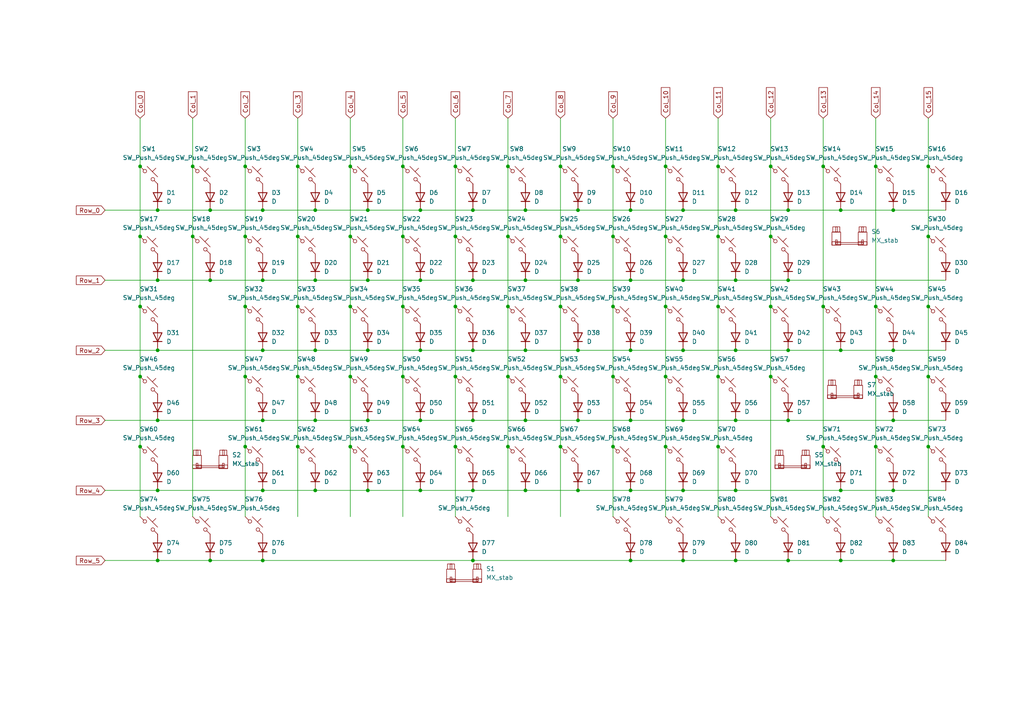
<source format=kicad_sch>
(kicad_sch (version 20250114) (generator "eeschema") (generator_version "9.0")
  (paper "A4")
  (junction (at 198.12 101.6))
  (junction (at 208.28 68.58))
  (junction (at 213.36 142.24))
  (junction (at 238.76 88.9))
  (junction (at 147.32 109.22))
  (junction (at 162.56 88.9))
  (junction (at 223.52 88.9))
  (junction (at 137.16 142.24))
  (junction (at 238.76 129.54))
  (junction (at 116.84 109.22))
  (junction (at 116.84 88.9))
  (junction (at 177.8 129.54))
  (junction (at 45.72 101.6))
  (junction (at 162.56 109.22))
  (junction (at 243.84 162.56))
  (junction (at 71.12 129.54))
  (junction (at 152.4 101.6))
  (junction (at 76.2 121.92))
  (junction (at 45.72 142.24))
  (junction (at 40.64 88.9))
  (junction (at 198.12 60.96))
  (junction (at 228.6 101.6))
  (junction (at 121.92 101.6))
  (junction (at 228.6 60.96))
  (junction (at 106.68 81.28))
  (junction (at 243.84 60.96))
  (junction (at 152.4 60.96))
  (junction (at 71.12 109.22))
  (junction (at 76.2 81.28))
  (junction (at 208.28 48.26))
  (junction (at 162.56 68.58))
  (junction (at 213.36 60.96))
  (junction (at 152.4 121.92))
  (junction (at 121.92 60.96))
  (junction (at 213.36 162.56))
  (junction (at 91.44 81.28))
  (junction (at 106.68 60.96))
  (junction (at 137.16 162.56))
  (junction (at 269.24 109.22))
  (junction (at 91.44 60.96))
  (junction (at 86.36 48.26))
  (junction (at 132.08 48.26))
  (junction (at 76.2 162.56))
  (junction (at 193.04 48.26))
  (junction (at 106.68 142.24))
  (junction (at 228.6 121.92))
  (junction (at 223.52 68.58))
  (junction (at 147.32 88.9))
  (junction (at 198.12 81.28))
  (junction (at 243.84 101.6))
  (junction (at 198.12 162.56))
  (junction (at 116.84 129.54))
  (junction (at 55.88 48.26))
  (junction (at 182.88 121.92))
  (junction (at 45.72 81.28))
  (junction (at 71.12 88.9))
  (junction (at 45.72 60.96))
  (junction (at 162.56 48.26))
  (junction (at 101.6 68.58))
  (junction (at 193.04 129.54))
  (junction (at 137.16 60.96))
  (junction (at 76.2 60.96))
  (junction (at 106.68 121.92))
  (junction (at 182.88 81.28))
  (junction (at 101.6 129.54))
  (junction (at 162.56 129.54))
  (junction (at 91.44 101.6))
  (junction (at 167.64 60.96))
  (junction (at 152.4 81.28))
  (junction (at 208.28 129.54))
  (junction (at 106.68 101.6))
  (junction (at 254 129.54))
  (junction (at 45.72 162.56))
  (junction (at 60.96 162.56))
  (junction (at 137.16 121.92))
  (junction (at 101.6 109.22))
  (junction (at 132.08 88.9))
  (junction (at 40.64 68.58))
  (junction (at 121.92 142.24))
  (junction (at 71.12 48.26))
  (junction (at 121.92 81.28))
  (junction (at 86.36 68.58))
  (junction (at 60.96 81.28))
  (junction (at 243.84 142.24))
  (junction (at 177.8 109.22))
  (junction (at 182.88 142.24))
  (junction (at 147.32 129.54))
  (junction (at 213.36 121.92))
  (junction (at 182.88 101.6))
  (junction (at 182.88 60.96))
  (junction (at 269.24 129.54))
  (junction (at 259.08 162.56))
  (junction (at 254 109.22))
  (junction (at 116.84 68.58))
  (junction (at 40.64 129.54))
  (junction (at 121.92 121.92))
  (junction (at 223.52 48.26))
  (junction (at 137.16 81.28))
  (junction (at 167.64 142.24))
  (junction (at 167.64 121.92))
  (junction (at 238.76 48.26))
  (junction (at 182.88 162.56))
  (junction (at 101.6 88.9))
  (junction (at 147.32 68.58))
  (junction (at 269.24 88.9))
  (junction (at 40.64 109.22))
  (junction (at 193.04 88.9))
  (junction (at 177.8 88.9))
  (junction (at 86.36 109.22))
  (junction (at 259.08 142.24))
  (junction (at 137.16 101.6))
  (junction (at 254 88.9))
  (junction (at 198.12 142.24))
  (junction (at 55.88 68.58))
  (junction (at 167.64 101.6))
  (junction (at 193.04 68.58))
  (junction (at 91.44 121.92))
  (junction (at 198.12 121.92))
  (junction (at 259.08 60.96))
  (junction (at 259.08 121.92))
  (junction (at 101.6 48.26))
  (junction (at 152.4 142.24))
  (junction (at 177.8 68.58))
  (junction (at 60.96 60.96))
  (junction (at 132.08 129.54))
  (junction (at 228.6 81.28))
  (junction (at 86.36 129.54))
  (junction (at 86.36 88.9))
  (junction (at 167.64 81.28))
  (junction (at 40.64 48.26))
  (junction (at 254 48.26))
  (junction (at 76.2 101.6))
  (junction (at 213.36 101.6))
  (junction (at 228.6 162.56))
  (junction (at 91.44 142.24))
  (junction (at 71.12 68.58))
  (junction (at 76.2 142.24))
  (junction (at 223.52 109.22))
  (junction (at 193.04 109.22))
  (junction (at 259.08 101.6))
  (junction (at 132.08 68.58))
  (junction (at 177.8 48.26))
  (junction (at 208.28 88.9))
  (junction (at 147.32 48.26))
  (junction (at 132.08 109.22))
  (junction (at 208.28 109.22))
  (junction (at 213.36 81.28))
  (junction (at 269.24 48.26))
  (junction (at 116.84 48.26))
  (junction (at 45.72 121.92))
  (junction (at 269.24 68.58))
  (wire (pts (xy 76.2 101.6) (xy 91.44 101.6)))
  (wire (pts (xy 45.72 142.24) (xy 76.2 142.24)))
  (wire (pts (xy 238.76 48.26) (xy 238.76 88.9)))
  (wire (pts (xy 193.04 48.26) (xy 193.04 68.58)))
  (wire (pts (xy 86.36 34.29) (xy 86.36 48.26)))
  (wire (pts (xy 45.72 60.96) (xy 60.96 60.96)))
  (wire (pts (xy 223.52 88.9) (xy 223.52 109.22)))
  (wire (pts (xy 213.36 142.24) (xy 243.84 142.24)))
  (wire (pts (xy 132.08 48.26) (xy 132.08 68.58)))
  (wire (pts (xy 208.28 88.9) (xy 208.28 109.22)))
  (wire (pts (xy 167.64 121.92) (xy 182.88 121.92)))
  (wire (pts (xy 137.16 121.92) (xy 152.4 121.92)))
  (wire (pts (xy 60.96 162.56) (xy 76.2 162.56)))
  (wire (pts (xy 238.76 34.29) (xy 238.76 48.26)))
  (wire (pts (xy 101.6 68.58) (xy 101.6 88.9)))
  (wire (pts (xy 132.08 34.29) (xy 132.08 48.26)))
  (wire (pts (xy 152.4 101.6) (xy 167.64 101.6)))
  (wire (pts (xy 193.04 68.58) (xy 193.04 88.9)))
  (wire (pts (xy 147.32 34.29) (xy 147.32 48.26)))
  (wire (pts (xy 147.32 88.9) (xy 147.32 109.22)))
  (wire (pts (xy 137.16 142.24) (xy 152.4 142.24)))
  (wire (pts (xy 259.08 60.96) (xy 274.32 60.96)))
  (wire (pts (xy 213.36 60.96) (xy 228.6 60.96)))
  (wire (pts (xy 269.24 129.54) (xy 269.24 149.86)))
  (wire (pts (xy 238.76 129.54) (xy 238.76 149.86)))
  (wire (pts (xy 259.08 142.24) (xy 274.32 142.24)))
  (wire (pts (xy 208.28 68.58) (xy 208.28 88.9)))
  (wire (pts (xy 132.08 68.58) (xy 132.08 88.9)))
  (wire (pts (xy 147.32 48.26) (xy 147.32 68.58)))
  (wire (pts (xy 254 88.9) (xy 254 109.22)))
  (wire (pts (xy 243.84 60.96) (xy 259.08 60.96)))
  (wire (pts (xy 101.6 34.29) (xy 101.6 48.26)))
  (wire (pts (xy 269.24 88.9) (xy 269.24 109.22)))
  (wire (pts (xy 40.64 48.26) (xy 40.64 68.58)))
  (wire (pts (xy 121.92 121.92) (xy 137.16 121.92)))
  (wire (pts (xy 86.36 68.58) (xy 86.36 88.9)))
  (wire (pts (xy 40.64 68.58) (xy 40.64 88.9)))
  (wire (pts (xy 182.88 60.96) (xy 198.12 60.96)))
  (wire (pts (xy 152.4 121.92) (xy 167.64 121.92)))
  (wire (pts (xy 101.6 129.54) (xy 101.6 149.86)))
  (wire (pts (xy 213.36 81.28) (xy 228.6 81.28)))
  (wire (pts (xy 193.04 129.54) (xy 193.04 149.86)))
  (wire (pts (xy 177.8 109.22) (xy 177.8 129.54)))
  (wire (pts (xy 55.88 48.26) (xy 55.88 68.58)))
  (wire (pts (xy 213.36 121.92) (xy 228.6 121.92)))
  (wire (pts (xy 223.52 109.22) (xy 223.52 149.86)))
  (wire (pts (xy 106.68 101.6) (xy 121.92 101.6)))
  (wire (pts (xy 30.48 81.28) (xy 45.72 81.28)))
  (wire (pts (xy 182.88 81.28) (xy 198.12 81.28)))
  (wire (pts (xy 167.64 101.6) (xy 182.88 101.6)))
  (wire (pts (xy 71.12 88.9) (xy 71.12 109.22)))
  (wire (pts (xy 243.84 142.24) (xy 259.08 142.24)))
  (wire (pts (xy 86.36 129.54) (xy 86.36 149.86)))
  (wire (pts (xy 76.2 142.24) (xy 91.44 142.24)))
  (wire (pts (xy 101.6 88.9) (xy 101.6 109.22)))
  (wire (pts (xy 30.48 121.92) (xy 45.72 121.92)))
  (wire (pts (xy 116.84 34.29) (xy 116.84 48.26)))
  (wire (pts (xy 208.28 34.29) (xy 208.28 48.26)))
  (wire (pts (xy 167.64 81.28) (xy 182.88 81.28)))
  (wire (pts (xy 243.84 162.56) (xy 259.08 162.56)))
  (wire (pts (xy 177.8 68.58) (xy 177.8 88.9)))
  (wire (pts (xy 116.84 88.9) (xy 116.84 109.22)))
  (wire (pts (xy 91.44 101.6) (xy 106.68 101.6)))
  (wire (pts (xy 121.92 101.6) (xy 137.16 101.6)))
  (wire (pts (xy 132.08 109.22) (xy 132.08 129.54)))
  (wire (pts (xy 269.24 48.26) (xy 269.24 68.58)))
  (wire (pts (xy 137.16 81.28) (xy 152.4 81.28)))
  (wire (pts (xy 71.12 34.29) (xy 71.12 48.26)))
  (wire (pts (xy 228.6 101.6) (xy 243.84 101.6)))
  (wire (pts (xy 137.16 162.56) (xy 182.88 162.56)))
  (wire (pts (xy 198.12 121.92) (xy 213.36 121.92)))
  (wire (pts (xy 208.28 48.26) (xy 208.28 68.58)))
  (wire (pts (xy 162.56 34.29) (xy 162.56 48.26)))
  (wire (pts (xy 238.76 88.9) (xy 238.76 129.54)))
  (wire (pts (xy 193.04 109.22) (xy 193.04 129.54)))
  (wire (pts (xy 106.68 60.96) (xy 121.92 60.96)))
  (wire (pts (xy 228.6 60.96) (xy 243.84 60.96)))
  (wire (pts (xy 269.24 34.29) (xy 269.24 48.26)))
  (wire (pts (xy 121.92 142.24) (xy 137.16 142.24)))
  (wire (pts (xy 121.92 81.28) (xy 137.16 81.28)))
  (wire (pts (xy 137.16 101.6) (xy 152.4 101.6)))
  (wire (pts (xy 45.72 121.92) (xy 76.2 121.92)))
  (wire (pts (xy 45.72 162.56) (xy 60.96 162.56)))
  (wire (pts (xy 193.04 34.29) (xy 193.04 48.26)))
  (wire (pts (xy 60.96 81.28) (xy 76.2 81.28)))
  (wire (pts (xy 71.12 48.26) (xy 71.12 68.58)))
  (wire (pts (xy 40.64 88.9) (xy 40.64 109.22)))
  (wire (pts (xy 101.6 48.26) (xy 101.6 68.58)))
  (wire (pts (xy 254 48.26) (xy 254 88.9)))
  (wire (pts (xy 86.36 88.9) (xy 86.36 109.22)))
  (wire (pts (xy 208.28 129.54) (xy 208.28 149.86)))
  (wire (pts (xy 228.6 162.56) (xy 243.84 162.56)))
  (wire (pts (xy 259.08 121.92) (xy 274.32 121.92)))
  (wire (pts (xy 269.24 109.22) (xy 269.24 129.54)))
  (wire (pts (xy 91.44 121.92) (xy 106.68 121.92)))
  (wire (pts (xy 177.8 129.54) (xy 177.8 149.86)))
  (wire (pts (xy 30.48 162.56) (xy 45.72 162.56)))
  (wire (pts (xy 132.08 88.9) (xy 132.08 109.22)))
  (wire (pts (xy 182.88 101.6) (xy 198.12 101.6)))
  (wire (pts (xy 177.8 88.9) (xy 177.8 109.22)))
  (wire (pts (xy 254 109.22) (xy 254 129.54)))
  (wire (pts (xy 259.08 101.6) (xy 274.32 101.6)))
  (wire (pts (xy 213.36 162.56) (xy 228.6 162.56)))
  (wire (pts (xy 60.96 60.96) (xy 76.2 60.96)))
  (wire (pts (xy 71.12 109.22) (xy 71.12 129.54)))
  (wire (pts (xy 254 34.29) (xy 254 48.26)))
  (wire (pts (xy 147.32 109.22) (xy 147.32 129.54)))
  (wire (pts (xy 223.52 68.58) (xy 223.52 88.9)))
  (wire (pts (xy 208.28 109.22) (xy 208.28 129.54)))
  (wire (pts (xy 91.44 60.96) (xy 106.68 60.96)))
  (wire (pts (xy 162.56 129.54) (xy 162.56 149.86)))
  (wire (pts (xy 259.08 162.56) (xy 274.32 162.56)))
  (wire (pts (xy 228.6 81.28) (xy 274.32 81.28)))
  (wire (pts (xy 198.12 60.96) (xy 213.36 60.96)))
  (wire (pts (xy 182.88 142.24) (xy 198.12 142.24)))
  (wire (pts (xy 223.52 48.26) (xy 223.52 68.58)))
  (wire (pts (xy 223.52 34.29) (xy 223.52 48.26)))
  (wire (pts (xy 198.12 101.6) (xy 213.36 101.6)))
  (wire (pts (xy 132.08 129.54) (xy 132.08 149.86)))
  (wire (pts (xy 152.4 142.24) (xy 167.64 142.24)))
  (wire (pts (xy 106.68 81.28) (xy 121.92 81.28)))
  (wire (pts (xy 167.64 142.24) (xy 182.88 142.24)))
  (wire (pts (xy 182.88 121.92) (xy 198.12 121.92)))
  (wire (pts (xy 40.64 109.22) (xy 40.64 129.54)))
  (wire (pts (xy 30.48 101.6) (xy 45.72 101.6)))
  (wire (pts (xy 269.24 68.58) (xy 269.24 88.9)))
  (wire (pts (xy 198.12 142.24) (xy 213.36 142.24)))
  (wire (pts (xy 40.64 34.29) (xy 40.64 48.26)))
  (wire (pts (xy 162.56 88.9) (xy 162.56 109.22)))
  (wire (pts (xy 177.8 48.26) (xy 177.8 68.58)))
  (wire (pts (xy 162.56 68.58) (xy 162.56 88.9)))
  (wire (pts (xy 76.2 121.92) (xy 91.44 121.92)))
  (wire (pts (xy 198.12 162.56) (xy 213.36 162.56)))
  (wire (pts (xy 55.88 68.58) (xy 55.88 149.86)))
  (wire (pts (xy 116.84 109.22) (xy 116.84 129.54)))
  (wire (pts (xy 243.84 101.6) (xy 259.08 101.6)))
  (wire (pts (xy 193.04 88.9) (xy 193.04 109.22)))
  (wire (pts (xy 76.2 60.96) (xy 91.44 60.96)))
  (wire (pts (xy 101.6 109.22) (xy 101.6 129.54)))
  (wire (pts (xy 40.64 129.54) (xy 40.64 149.86)))
  (wire (pts (xy 76.2 162.56) (xy 137.16 162.56)))
  (wire (pts (xy 71.12 68.58) (xy 71.12 88.9)))
  (wire (pts (xy 30.48 142.24) (xy 45.72 142.24)))
  (wire (pts (xy 152.4 81.28) (xy 167.64 81.28)))
  (wire (pts (xy 121.92 60.96) (xy 137.16 60.96)))
  (wire (pts (xy 147.32 129.54) (xy 147.32 149.86)))
  (wire (pts (xy 106.68 142.24) (xy 121.92 142.24)))
  (wire (pts (xy 152.4 60.96) (xy 167.64 60.96)))
  (wire (pts (xy 228.6 121.92) (xy 259.08 121.92)))
  (wire (pts (xy 86.36 48.26) (xy 86.36 68.58)))
  (wire (pts (xy 45.72 81.28) (xy 60.96 81.28)))
  (wire (pts (xy 91.44 81.28) (xy 106.68 81.28)))
  (wire (pts (xy 147.32 68.58) (xy 147.32 88.9)))
  (wire (pts (xy 182.88 162.56) (xy 198.12 162.56)))
  (wire (pts (xy 198.12 81.28) (xy 213.36 81.28)))
  (wire (pts (xy 106.68 121.92) (xy 121.92 121.92)))
  (wire (pts (xy 55.88 34.29) (xy 55.88 48.26)))
  (wire (pts (xy 86.36 109.22) (xy 86.36 129.54)))
  (wire (pts (xy 162.56 48.26) (xy 162.56 68.58)))
  (wire (pts (xy 116.84 48.26) (xy 116.84 68.58)))
  (wire (pts (xy 91.44 142.24) (xy 106.68 142.24)))
  (wire (pts (xy 76.2 81.28) (xy 91.44 81.28)))
  (wire (pts (xy 116.84 129.54) (xy 116.84 149.86)))
  (wire (pts (xy 213.36 101.6) (xy 228.6 101.6)))
  (wire (pts (xy 71.12 129.54) (xy 71.12 149.86)))
  (wire (pts (xy 45.72 101.6) (xy 76.2 101.6)))
  (wire (pts (xy 116.84 68.58) (xy 116.84 88.9)))
  (wire (pts (xy 137.16 60.96) (xy 152.4 60.96)))
  (wire (pts (xy 254 129.54) (xy 254 149.86)))
  (wire (pts (xy 162.56 109.22) (xy 162.56 129.54)))
  (wire (pts (xy 30.48 60.96) (xy 45.72 60.96)))
  (wire (pts (xy 167.64 60.96) (xy 182.88 60.96)))
  (wire (pts (xy 177.8 34.29) (xy 177.8 48.26)))
  (global_label "Row_1" (shape input) (at 30.48 81.28 180) (property "Intersheetrefs" "${INTERSHEET_REFS}" (effects (hide yes))))
  (global_label "Row_3" (shape input) (at 30.48 121.92 180) (property "Intersheetrefs" "${INTERSHEET_REFS}" (effects (hide yes))))
  (global_label "Col_13" (shape input) (at 238.76 34.29 90) (property "Intersheetrefs" "${INTERSHEET_REFS}" (effects (hide yes))))
  (global_label "Col_14" (shape input) (at 254 34.29 90) (property "Intersheetrefs" "${INTERSHEET_REFS}" (effects (hide yes))))
  (global_label "Col_0" (shape input) (at 40.64 34.29 90) (property "Intersheetrefs" "${INTERSHEET_REFS}" (effects (hide yes))))
  (global_label "Col_12" (shape input) (at 223.52 34.29 90) (property "Intersheetrefs" "${INTERSHEET_REFS}" (effects (hide yes))))
  (global_label "Col_10" (shape input) (at 193.04 34.29 90) (property "Intersheetrefs" "${INTERSHEET_REFS}" (effects (hide yes))))
  (global_label "Col_5" (shape input) (at 116.84 34.29 90) (property "Intersheetrefs" "${INTERSHEET_REFS}" (effects (hide yes))))
  (global_label "Col_8" (shape input) (at 162.56 34.29 90) (property "Intersheetrefs" "${INTERSHEET_REFS}" (effects (hide yes))))
  (global_label "Row_0" (shape input) (at 30.48 60.96 180) (property "Intersheetrefs" "${INTERSHEET_REFS}" (effects (hide yes))))
  (global_label "Col_6" (shape input) (at 132.08 34.29 90) (property "Intersheetrefs" "${INTERSHEET_REFS}" (effects (hide yes))))
  (global_label "Row_5" (shape input) (at 30.48 162.56 180) (property "Intersheetrefs" "${INTERSHEET_REFS}" (effects (hide yes))))
  (global_label "Row_4" (shape input) (at 30.48 142.24 180) (property "Intersheetrefs" "${INTERSHEET_REFS}" (effects (hide yes))))
  (global_label "Col_11" (shape input) (at 208.28 34.29 90) (property "Intersheetrefs" "${INTERSHEET_REFS}" (effects (hide yes))))
  (global_label "Col_3" (shape input) (at 86.36 34.29 90) (property "Intersheetrefs" "${INTERSHEET_REFS}" (effects (hide yes))))
  (global_label "Col_15" (shape input) (at 269.24 34.29 90) (property "Intersheetrefs" "${INTERSHEET_REFS}" (effects (hide yes))))
  (global_label "Col_7" (shape input) (at 147.32 34.29 90) (property "Intersheetrefs" "${INTERSHEET_REFS}" (effects (hide yes))))
  (global_label "Col_2" (shape input) (at 71.12 34.29 90) (property "Intersheetrefs" "${INTERSHEET_REFS}" (effects (hide yes))))
  (global_label "Col_4" (shape input) (at 101.6 34.29 90) (property "Intersheetrefs" "${INTERSHEET_REFS}" (effects (hide yes))))
  (global_label "Col_1" (shape input) (at 55.88 34.29 90) (property "Intersheetrefs" "${INTERSHEET_REFS}" (effects (hide yes))))
  (global_label "Col_9" (shape input) (at 177.8 34.29 90) (property "Intersheetrefs" "${INTERSHEET_REFS}" (effects (hide yes))))
  (global_label "Row_2" (shape input) (at 30.48 101.6 180) (property "Intersheetrefs" "${INTERSHEET_REFS}" (effects (hide yes))))
  (symbol (lib_id "Switch:SW_Push_45deg") (at 119.38 132.08 0) (unit 1)
    (property "Reference" "SW64" (at 119.38 124.46 0))
    (property "Value" "SW_Push_45deg" (at 119.38 127 0))
    (property "Footprint" "PCM_Switch_Keyboard_Cherry_MX:SW_Cherry_MX_PCB_1.00u" (effects (hide yes)))
    (property "Description" "Push button switch, normally open, two pins, 45° tilted" (effects (hide yes)))
  )
  (symbol (lib_id "Device:D") (at 76.2 138.43 90) (unit 1)
    (property "Reference" "D61" (at 78.74 137.1599 90) (effects (justify right)))
    (property "Value" "D" (at 78.74 139.6999 90) (effects (justify right)))
    (property "Footprint" "Diode_SMD:D_0201_0603Metric" (effects (hide yes)))
    (property "Description" "Diode" (effects (hide yes)))
    (property "Sim.Device" "D" (effects (hide yes)))
    (property "Sim.Pins" "1=K 2=A" (effects (hide yes)))
  )
  (symbol (lib_id "Switch:SW_Push_45deg") (at 134.62 91.44 0) (unit 1)
    (property "Reference" "SW36" (at 134.62 83.82 0))
    (property "Value" "SW_Push_45deg" (at 134.62 86.36 0))
    (property "Footprint" "PCM_Switch_Keyboard_Cherry_MX:SW_Cherry_MX_PCB_1.00u" (effects (hide yes)))
    (property "Description" "Push button switch, normally open, two pins, 45° tilted" (effects (hide yes)))
  )
  (symbol (lib_id "Device:D") (at 121.92 118.11 90) (unit 1)
    (property "Reference" "D50" (at 124.46 116.8399 90) (effects (justify right)))
    (property "Value" "D" (at 124.46 119.3799 90) (effects (justify right)))
    (property "Footprint" "Diode_SMD:D_0201_0603Metric" (effects (hide yes)))
    (property "Description" "Diode" (effects (hide yes)))
    (property "Sim.Device" "D" (effects (hide yes)))
    (property "Sim.Pins" "1=K 2=A" (effects (hide yes)))
  )
  (symbol (lib_id "Switch:SW_Push_45deg") (at 134.62 152.4 0) (unit 1)
    (property "Reference" "SW77" (at 134.62 144.78 0))
    (property "Value" "SW_Push_45deg" (at 134.62 147.32 0))
    (property "Footprint" "PCM_Switch_Keyboard_Cherry_MX:SW_Cherry_MX_PCB_1.00u" (effects (hide yes)))
    (property "Description" "Push button switch, normally open, two pins, 45° tilted" (effects (hide yes)))
  )
  (symbol (lib_id "Device:D") (at 152.4 57.15 90) (unit 1)
    (property "Reference" "D8" (at 154.94 55.8799 90) (effects (justify right)))
    (property "Value" "D" (at 154.94 58.4199 90) (effects (justify right)))
    (property "Footprint" "Diode_SMD:D_0201_0603Metric" (effects (hide yes)))
    (property "Description" "Diode" (effects (hide yes)))
    (property "Sim.Device" "D" (effects (hide yes)))
    (property "Sim.Pins" "1=K 2=A" (effects (hide yes)))
  )
  (symbol (lib_id "Device:D") (at 213.36 57.15 90) (unit 1)
    (property "Reference" "D12" (at 215.9 55.8799 90) (effects (justify right)))
    (property "Value" "D" (at 215.9 58.4199 90) (effects (justify right)))
    (property "Footprint" "Diode_SMD:D_0201_0603Metric" (effects (hide yes)))
    (property "Description" "Diode" (effects (hide yes)))
    (property "Sim.Device" "D" (effects (hide yes)))
    (property "Sim.Pins" "1=K 2=A" (effects (hide yes)))
  )
  (symbol (lib_id "Switch:SW_Push_45deg") (at 88.9 50.8 0) (unit 1)
    (property "Reference" "SW4" (at 88.9 43.18 0))
    (property "Value" "SW_Push_45deg" (at 88.9 45.72 0))
    (property "Footprint" "PCM_Switch_Keyboard_Cherry_MX:SW_Cherry_MX_PCB_1.00u" (effects (hide yes)))
    (property "Description" "Push button switch, normally open, two pins, 45° tilted" (effects (hide yes)))
  )
  (symbol (lib_id "Switch:SW_Push_45deg") (at 43.18 91.44 0) (unit 1)
    (property "Reference" "SW31" (at 43.18 83.82 0))
    (property "Value" "SW_Push_45deg" (at 43.18 86.36 0))
    (property "Footprint" "PCM_Switch_Keyboard_Cherry_MX:SW_Cherry_MX_PCB_1.00u" (effects (hide yes)))
    (property "Description" "Push button switch, normally open, two pins, 45° tilted" (effects (hide yes)))
  )
  (symbol (lib_id "Switch:SW_Push_45deg") (at 180.34 132.08 0) (unit 1)
    (property "Reference" "SW68" (at 180.34 124.46 0))
    (property "Value" "SW_Push_45deg" (at 180.34 127 0))
    (property "Footprint" "PCM_Switch_Keyboard_Cherry_MX:SW_Cherry_MX_PCB_1.00u" (effects (hide yes)))
    (property "Description" "Push button switch, normally open, two pins, 45° tilted" (effects (hide yes)))
  )
  (symbol (lib_id "Device:D") (at 213.36 118.11 90) (unit 1)
    (property "Reference" "D56" (at 215.9 116.8399 90) (effects (justify right)))
    (property "Value" "D" (at 215.9 119.3799 90) (effects (justify right)))
    (property "Footprint" "Diode_SMD:D_0201_0603Metric" (effects (hide yes)))
    (property "Description" "Diode" (effects (hide yes)))
    (property "Sim.Device" "D" (effects (hide yes)))
    (property "Sim.Pins" "1=K 2=A" (effects (hide yes)))
  )
  (symbol (lib_id "Device:D") (at 137.16 77.47 90) (unit 1)
    (property "Reference" "D23" (at 139.7 76.1999 90) (effects (justify right)))
    (property "Value" "D" (at 139.7 78.7399 90) (effects (justify right)))
    (property "Footprint" "Diode_SMD:D_0201_0603Metric" (effects (hide yes)))
    (property "Description" "Diode" (effects (hide yes)))
    (property "Sim.Device" "D" (effects (hide yes)))
    (property "Sim.Pins" "1=K 2=A" (effects (hide yes)))
  )
  (symbol (lib_id "Switch:SW_Push_45deg") (at 149.86 132.08 0) (unit 1)
    (property "Reference" "SW66" (at 149.86 124.46 0))
    (property "Value" "SW_Push_45deg" (at 149.86 127 0))
    (property "Footprint" "PCM_Switch_Keyboard_Cherry_MX:SW_Cherry_MX_PCB_1.00u" (effects (hide yes)))
    (property "Description" "Push button switch, normally open, two pins, 45° tilted" (effects (hide yes)))
  )
  (symbol (lib_id "Device:D") (at 213.36 138.43 90) (unit 1)
    (property "Reference" "D70" (at 215.9 137.1599 90) (effects (justify right)))
    (property "Value" "D" (at 215.9 139.6999 90) (effects (justify right)))
    (property "Footprint" "Diode_SMD:D_0201_0603Metric" (effects (hide yes)))
    (property "Description" "Diode" (effects (hide yes)))
    (property "Sim.Device" "D" (effects (hide yes)))
    (property "Sim.Pins" "1=K 2=A" (effects (hide yes)))
  )
  (symbol (lib_id "Device:D") (at 91.44 97.79 90) (unit 1)
    (property "Reference" "D33" (at 93.98 96.5199 90) (effects (justify right)))
    (property "Value" "D" (at 93.98 99.0599 90) (effects (justify right)))
    (property "Footprint" "Diode_SMD:D_0201_0603Metric" (effects (hide yes)))
    (property "Description" "Diode" (effects (hide yes)))
    (property "Sim.Device" "D" (effects (hide yes)))
    (property "Sim.Pins" "1=K 2=A" (effects (hide yes)))
  )
  (symbol (lib_id "Device:D") (at 76.2 158.75 90) (unit 1)
    (property "Reference" "D76" (at 78.74 157.4799 90) (effects (justify right)))
    (property "Value" "D" (at 78.74 160.0199 90) (effects (justify right)))
    (property "Footprint" "Diode_SMD:D_0201_0603Metric" (effects (hide yes)))
    (property "Description" "Diode" (effects (hide yes)))
    (property "Sim.Device" "D" (effects (hide yes)))
    (property "Sim.Pins" "1=K 2=A" (effects (hide yes)))
  )
  (symbol (lib_id "Switch:SW_Push_45deg") (at 73.66 71.12 0) (unit 1)
    (property "Reference" "SW19" (at 73.66 63.5 0))
    (property "Value" "SW_Push_45deg" (at 73.66 66.04 0))
    (property "Footprint" "PCM_Switch_Keyboard_Cherry_MX:SW_Cherry_MX_PCB_1.00u" (effects (hide yes)))
    (property "Description" "Push button switch, normally open, two pins, 45° tilted" (effects (hide yes)))
  )
  (symbol (lib_id "Switch:SW_Push_45deg") (at 226.06 152.4 0) (unit 1)
    (property "Reference" "SW81" (at 226.06 144.78 0))
    (property "Value" "SW_Push_45deg" (at 226.06 147.32 0))
    (property "Footprint" "PCM_Switch_Keyboard_Cherry_MX:SW_Cherry_MX_PCB_1.00u" (effects (hide yes)))
    (property "Description" "Push button switch, normally open, two pins, 45° tilted" (effects (hide yes)))
  )
  (symbol (lib_id "Device:D") (at 228.6 77.47 90) (unit 1)
    (property "Reference" "D29" (at 231.14 76.1999 90) (effects (justify right)))
    (property "Value" "D" (at 231.14 78.7399 90) (effects (justify right)))
    (property "Footprint" "Diode_SMD:D_0201_0603Metric" (effects (hide yes)))
    (property "Description" "Diode" (effects (hide yes)))
    (property "Sim.Device" "D" (effects (hide yes)))
    (property "Sim.Pins" "1=K 2=A" (effects (hide yes)))
  )
  (symbol (lib_id "Switch:SW_Push_45deg") (at 241.3 132.08 0) (unit 1)
    (property "Reference" "SW71" (at 241.3 124.46 0))
    (property "Value" "SW_Push_45deg" (at 241.3 127 0))
    (property "Footprint" "PCM_Switch_Keyboard_Cherry_MX:SW_Cherry_MX_PCB_1.00u" (effects (hide yes)))
    (property "Description" "Push button switch, normally open, two pins, 45° tilted" (effects (hide yes)))
  )
  (symbol (lib_id "Switch:SW_Push_45deg") (at 256.54 91.44 0) (unit 1)
    (property "Reference" "SW44" (at 256.54 83.82 0))
    (property "Value" "SW_Push_45deg" (at 256.54 86.36 0))
    (property "Footprint" "PCM_Switch_Keyboard_Cherry_MX:SW_Cherry_MX_PCB_1.00u" (effects (hide yes)))
    (property "Description" "Push button switch, normally open, two pins, 45° tilted" (effects (hide yes)))
  )
  (symbol (lib_id "Device:D") (at 152.4 138.43 90) (unit 1)
    (property "Reference" "D66" (at 154.94 137.1599 90) (effects (justify right)))
    (property "Value" "D" (at 154.94 139.6999 90) (effects (justify right)))
    (property "Footprint" "Diode_SMD:D_0201_0603Metric" (effects (hide yes)))
    (property "Description" "Diode" (effects (hide yes)))
    (property "Sim.Device" "D" (effects (hide yes)))
    (property "Sim.Pins" "1=K 2=A" (effects (hide yes)))
  )
  (symbol (lib_id "Device:D") (at 45.72 77.47 90) (unit 1)
    (property "Reference" "D17" (at 48.26 76.1999 90) (effects (justify right)))
    (property "Value" "D" (at 48.26 78.7399 90) (effects (justify right)))
    (property "Footprint" "Diode_SMD:D_0201_0603Metric" (effects (hide yes)))
    (property "Description" "Diode" (effects (hide yes)))
    (property "Sim.Device" "D" (effects (hide yes)))
    (property "Sim.Pins" "1=K 2=A" (effects (hide yes)))
  )
  (symbol (lib_id "Device:D") (at 76.2 57.15 90) (unit 1)
    (property "Reference" "D3" (at 78.74 55.8799 90) (effects (justify right)))
    (property "Value" "D" (at 78.74 58.4199 90) (effects (justify right)))
    (property "Footprint" "Diode_SMD:D_0201_0603Metric" (effects (hide yes)))
    (property "Description" "Diode" (effects (hide yes)))
    (property "Sim.Device" "D" (effects (hide yes)))
    (property "Sim.Pins" "1=K 2=A" (effects (hide yes)))
  )
  (symbol (lib_id "Device:D") (at 167.64 138.43 90) (unit 1)
    (property "Reference" "D67" (at 170.18 137.1599 90) (effects (justify right)))
    (property "Value" "D" (at 170.18 139.6999 90) (effects (justify right)))
    (property "Footprint" "Diode_SMD:D_0201_0603Metric" (effects (hide yes)))
    (property "Description" "Diode" (effects (hide yes)))
    (property "Sim.Device" "D" (effects (hide yes)))
    (property "Sim.Pins" "1=K 2=A" (effects (hide yes)))
  )
  (symbol (lib_id "Switch:SW_Push_45deg") (at 210.82 71.12 0) (unit 1)
    (property "Reference" "SW28" (at 210.82 63.5 0))
    (property "Value" "SW_Push_45deg" (at 210.82 66.04 0))
    (property "Footprint" "PCM_Switch_Keyboard_Cherry_MX:SW_Cherry_MX_PCB_1.00u" (effects (hide yes)))
    (property "Description" "Push button switch, normally open, two pins, 45° tilted" (effects (hide yes)))
  )
  (symbol (lib_id "Device:D") (at 106.68 138.43 90) (unit 1)
    (property "Reference" "D63" (at 109.22 137.1599 90) (effects (justify right)))
    (property "Value" "D" (at 109.22 139.6999 90) (effects (justify right)))
    (property "Footprint" "Diode_SMD:D_0201_0603Metric" (effects (hide yes)))
    (property "Description" "Diode" (effects (hide yes)))
    (property "Sim.Device" "D" (effects (hide yes)))
    (property "Sim.Pins" "1=K 2=A" (effects (hide yes)))
  )
  (symbol (lib_id "Device:D") (at 228.6 118.11 90) (unit 1)
    (property "Reference" "D57" (at 231.14 116.8399 90) (effects (justify right)))
    (property "Value" "D" (at 231.14 119.3799 90) (effects (justify right)))
    (property "Footprint" "Diode_SMD:D_0201_0603Metric" (effects (hide yes)))
    (property "Description" "Diode" (effects (hide yes)))
    (property "Sim.Device" "D" (effects (hide yes)))
    (property "Sim.Pins" "1=K 2=A" (effects (hide yes)))
  )
  (symbol (lib_id "Device:D") (at 45.72 158.75 90) (unit 1)
    (property "Reference" "D74" (at 48.26 157.4799 90) (effects (justify right)))
    (property "Value" "D" (at 48.26 160.0199 90) (effects (justify right)))
    (property "Footprint" "Diode_SMD:D_0201_0603Metric" (effects (hide yes)))
    (property "Description" "Diode" (effects (hide yes)))
    (property "Sim.Device" "D" (effects (hide yes)))
    (property "Sim.Pins" "1=K 2=A" (effects (hide yes)))
  )
  (symbol (lib_id "Device:D") (at 182.88 138.43 90) (unit 1)
    (property "Reference" "D68" (at 185.42 137.1599 90) (effects (justify right)))
    (property "Value" "D" (at 185.42 139.6999 90) (effects (justify right)))
    (property "Footprint" "Diode_SMD:D_0201_0603Metric" (effects (hide yes)))
    (property "Description" "Diode" (effects (hide yes)))
    (property "Sim.Device" "D" (effects (hide yes)))
    (property "Sim.Pins" "1=K 2=A" (effects (hide yes)))
  )
  (symbol (lib_id "Device:D") (at 60.96 57.15 90) (unit 1)
    (property "Reference" "D2" (at 63.5 55.8799 90) (effects (justify right)))
    (property "Value" "D" (at 63.5 58.4199 90) (effects (justify right)))
    (property "Footprint" "Diode_SMD:D_0201_0603Metric" (effects (hide yes)))
    (property "Description" "Diode" (effects (hide yes)))
    (property "Sim.Device" "D" (effects (hide yes)))
    (property "Sim.Pins" "1=K 2=A" (effects (hide yes)))
  )
  (symbol (lib_id "Switch:SW_Push_45deg") (at 180.34 71.12 0) (unit 1)
    (property "Reference" "SW26" (at 180.34 63.5 0))
    (property "Value" "SW_Push_45deg" (at 180.34 66.04 0))
    (property "Footprint" "PCM_Switch_Keyboard_Cherry_MX:SW_Cherry_MX_PCB_1.00u" (effects (hide yes)))
    (property "Description" "Push button switch, normally open, two pins, 45° tilted" (effects (hide yes)))
  )
  (symbol (lib_id "Switch:SW_Push_45deg") (at 241.3 91.44 0) (unit 1)
    (property "Reference" "SW43" (at 241.3 83.82 0))
    (property "Value" "SW_Push_45deg" (at 241.3 86.36 0))
    (property "Footprint" "PCM_Switch_Keyboard_Cherry_MX:SW_Cherry_MX_PCB_1.00u" (effects (hide yes)))
    (property "Description" "Push button switch, normally open, two pins, 45° tilted" (effects (hide yes)))
  )
  (symbol (lib_id "Device:D") (at 167.64 77.47 90) (unit 1)
    (property "Reference" "D25" (at 170.18 76.1999 90) (effects (justify right)))
    (property "Value" "D" (at 170.18 78.7399 90) (effects (justify right)))
    (property "Footprint" "Diode_SMD:D_0201_0603Metric" (effects (hide yes)))
    (property "Description" "Diode" (effects (hide yes)))
    (property "Sim.Device" "D" (effects (hide yes)))
    (property "Sim.Pins" "1=K 2=A" (effects (hide yes)))
  )
  (symbol (lib_id "Switch:SW_Push_45deg") (at 149.86 91.44 0) (unit 1)
    (property "Reference" "SW37" (at 149.86 83.82 0))
    (property "Value" "SW_Push_45deg" (at 149.86 86.36 0))
    (property "Footprint" "PCM_Switch_Keyboard_Cherry_MX:SW_Cherry_MX_PCB_1.00u" (effects (hide yes)))
    (property "Description" "Push button switch, normally open, two pins, 45° tilted" (effects (hide yes)))
  )
  (symbol (lib_id "Switch:SW_Push_45deg") (at 58.42 71.12 0) (unit 1)
    (property "Reference" "SW18" (at 58.42 63.5 0))
    (property "Value" "SW_Push_45deg" (at 58.42 66.04 0))
    (property "Footprint" "PCM_Switch_Keyboard_Cherry_MX:SW_Cherry_MX_PCB_1.00u" (effects (hide yes)))
    (property "Description" "Push button switch, normally open, two pins, 45° tilted" (effects (hide yes)))
  )
  (symbol (lib_id "Device:D") (at 91.44 138.43 90) (unit 1)
    (property "Reference" "D62" (at 93.98 137.1599 90) (effects (justify right)))
    (property "Value" "D" (at 93.98 139.6999 90) (effects (justify right)))
    (property "Footprint" "Diode_SMD:D_0201_0603Metric" (effects (hide yes)))
    (property "Description" "Diode" (effects (hide yes)))
    (property "Sim.Device" "D" (effects (hide yes)))
    (property "Sim.Pins" "1=K 2=A" (effects (hide yes)))
  )
  (symbol (lib_id "Switch:SW_Push_45deg") (at 210.82 152.4 0) (unit 1)
    (property "Reference" "SW80" (at 210.82 144.78 0))
    (property "Value" "SW_Push_45deg" (at 210.82 147.32 0))
    (property "Footprint" "PCM_Switch_Keyboard_Cherry_MX:SW_Cherry_MX_PCB_1.00u" (effects (hide yes)))
    (property "Description" "Push button switch, normally open, two pins, 45° tilted" (effects (hide yes)))
  )
  (symbol (lib_id "Device:D") (at 243.84 57.15 90) (unit 1)
    (property "Reference" "D14" (at 246.38 55.8799 90) (effects (justify right)))
    (property "Value" "D" (at 246.38 58.4199 90) (effects (justify right)))
    (property "Footprint" "Diode_SMD:D_0201_0603Metric" (effects (hide yes)))
    (property "Description" "Diode" (effects (hide yes)))
    (property "Sim.Device" "D" (effects (hide yes)))
    (property "Sim.Pins" "1=K 2=A" (effects (hide yes)))
  )
  (symbol (lib_id "Device:D") (at 213.36 158.75 90) (unit 1)
    (property "Reference" "D80" (at 215.9 157.4799 90) (effects (justify right)))
    (property "Value" "D" (at 215.9 160.0199 90) (effects (justify right)))
    (property "Footprint" "Diode_SMD:D_0201_0603Metric" (effects (hide yes)))
    (property "Description" "Diode" (effects (hide yes)))
    (property "Sim.Device" "D" (effects (hide yes)))
    (property "Sim.Pins" "1=K 2=A" (effects (hide yes)))
  )
  (symbol (lib_id "Device:D") (at 106.68 57.15 90) (unit 1)
    (property "Reference" "D5" (at 109.22 55.8799 90) (effects (justify right)))
    (property "Value" "D" (at 109.22 58.4199 90) (effects (justify right)))
    (property "Footprint" "Diode_SMD:D_0201_0603Metric" (effects (hide yes)))
    (property "Description" "Diode" (effects (hide yes)))
    (property "Sim.Device" "D" (effects (hide yes)))
    (property "Sim.Pins" "1=K 2=A" (effects (hide yes)))
  )
  (symbol (lib_id "Switch:SW_Push_45deg") (at 210.82 132.08 0) (unit 1)
    (property "Reference" "SW70" (at 210.82 124.46 0))
    (property "Value" "SW_Push_45deg" (at 210.82 127 0))
    (property "Footprint" "PCM_Switch_Keyboard_Cherry_MX:SW_Cherry_MX_PCB_1.00u" (effects (hide yes)))
    (property "Description" "Push button switch, normally open, two pins, 45° tilted" (effects (hide yes)))
  )
  (symbol (lib_id "Switch:SW_Push_45deg") (at 165.1 111.76 0) (unit 1)
    (property "Reference" "SW53" (at 165.1 104.14 0))
    (property "Value" "SW_Push_45deg" (at 165.1 106.68 0))
    (property "Footprint" "PCM_Switch_Keyboard_Cherry_MX:SW_Cherry_MX_PCB_1.00u" (effects (hide yes)))
    (property "Description" "Push button switch, normally open, two pins, 45° tilted" (effects (hide yes)))
  )
  (symbol (lib_id "Switch:SW_Push_45deg") (at 180.34 111.76 0) (unit 1)
    (property "Reference" "SW54" (at 180.34 104.14 0))
    (property "Value" "SW_Push_45deg" (at 180.34 106.68 0))
    (property "Footprint" "PCM_Switch_Keyboard_Cherry_MX:SW_Cherry_MX_PCB_1.00u" (effects (hide yes)))
    (property "Description" "Push button switch, normally open, two pins, 45° tilted" (effects (hide yes)))
  )
  (symbol (lib_id "Switch:SW_Push_45deg") (at 73.66 152.4 0) (unit 1)
    (property "Reference" "SW76" (at 73.66 144.78 0))
    (property "Value" "SW_Push_45deg" (at 73.66 147.32 0))
    (property "Footprint" "PCM_Switch_Keyboard_Cherry_MX:SW_Cherry_MX_PCB_1.00u" (effects (hide yes)))
    (property "Description" "Push button switch, normally open, two pins, 45° tilted" (effects (hide yes)))
  )
  (symbol (lib_id "Switch:SW_Push_45deg") (at 271.78 111.76 0) (unit 1)
    (property "Reference" "SW59" (at 271.78 104.14 0))
    (property "Value" "SW_Push_45deg" (at 271.78 106.68 0))
    (property "Footprint" "PCM_Switch_Keyboard_Cherry_MX:SW_Cherry_MX_PCB_1.00u" (effects (hide yes)))
    (property "Description" "Push button switch, normally open, two pins, 45° tilted" (effects (hide yes)))
  )
  (symbol (lib_id "Switch:SW_Push_45deg") (at 119.38 50.8 0) (unit 1)
    (property "Reference" "SW6" (at 119.38 43.18 0))
    (property "Value" "SW_Push_45deg" (at 119.38 45.72 0))
    (property "Footprint" "PCM_Switch_Keyboard_Cherry_MX:SW_Cherry_MX_PCB_1.00u" (effects (hide yes)))
    (property "Description" "Push button switch, normally open, two pins, 45° tilted" (effects (hide yes)))
  )
  (symbol (lib_id "Switch:SW_Push_45deg") (at 256.54 152.4 0) (unit 1)
    (property "Reference" "SW83" (at 256.54 144.78 0))
    (property "Value" "SW_Push_45deg" (at 256.54 147.32 0))
    (property "Footprint" "PCM_Switch_Keyboard_Cherry_MX:SW_Cherry_MX_PCB_1.00u" (effects (hide yes)))
    (property "Description" "Push button switch, normally open, two pins, 45° tilted" (effects (hide yes)))
  )
  (symbol (lib_id "Device:D") (at 106.68 77.47 90) (unit 1)
    (property "Reference" "D21" (at 109.22 76.1999 90) (effects (justify right)))
    (property "Value" "D" (at 109.22 78.7399 90) (effects (justify right)))
    (property "Footprint" "Diode_SMD:D_0201_0603Metric" (effects (hide yes)))
    (property "Description" "Diode" (effects (hide yes)))
    (property "Sim.Device" "D" (effects (hide yes)))
    (property "Sim.Pins" "1=K 2=A" (effects (hide yes)))
  )
  (symbol (lib_id "Switch:SW_Push_45deg") (at 119.38 71.12 0) (unit 1)
    (property "Reference" "SW22" (at 119.38 63.5 0))
    (property "Value" "SW_Push_45deg" (at 119.38 66.04 0))
    (property "Footprint" "PCM_Switch_Keyboard_Cherry_MX:SW_Cherry_MX_PCB_1.00u" (effects (hide yes)))
    (property "Description" "Push button switch, normally open, two pins, 45° tilted" (effects (hide yes)))
  )
  (symbol (lib_id "PCM_marbastlib-mx:MX_stab") (at 246.38 68.58 0) (unit 1)
    (property "Reference" "S6" (at 252.73 67.1829 0) (effects (justify left)))
    (property "Value" "MX_stab" (at 252.73 69.7229 0) (effects (justify left)))
    (property "Footprint" "PCM_marbastlib-mx:STAB_MX_P_2u" (effects (hide yes)))
    (property "Description" "Cherry MX-style stabilizer" (effects (hide yes)))
  )
  (symbol (lib_id "Switch:SW_Push_45deg") (at 271.78 71.12 0) (unit 1)
    (property "Reference" "SW30" (at 271.78 63.5 0))
    (property "Value" "SW_Push_45deg" (at 271.78 66.04 0))
    (property "Footprint" "PCM_Switch_Keyboard_Cherry_MX:SW_Cherry_MX_PCB_1.00u" (effects (hide yes)))
    (property "Description" "Push button switch, normally open, two pins, 45° tilted" (effects (hide yes)))
  )
  (symbol (lib_id "Switch:SW_Push_45deg") (at 88.9 111.76 0) (unit 1)
    (property "Reference" "SW48" (at 88.9 104.14 0))
    (property "Value" "SW_Push_45deg" (at 88.9 106.68 0))
    (property "Footprint" "PCM_Switch_Keyboard_Cherry_MX:SW_Cherry_MX_PCB_1.00u" (effects (hide yes)))
    (property "Description" "Push button switch, normally open, two pins, 45° tilted" (effects (hide yes)))
  )
  (symbol (lib_id "Device:D") (at 152.4 97.79 90) (unit 1)
    (property "Reference" "D37" (at 154.94 96.5199 90) (effects (justify right)))
    (property "Value" "D" (at 154.94 99.0599 90) (effects (justify right)))
    (property "Footprint" "Diode_SMD:D_0201_0603Metric" (effects (hide yes)))
    (property "Description" "Diode" (effects (hide yes)))
    (property "Sim.Device" "D" (effects (hide yes)))
    (property "Sim.Pins" "1=K 2=A" (effects (hide yes)))
  )
  (symbol (lib_id "Device:D") (at 274.32 118.11 90) (unit 1)
    (property "Reference" "D59" (at 276.86 116.8399 90) (effects (justify right)))
    (property "Value" "D" (at 276.86 119.3799 90) (effects (justify right)))
    (property "Footprint" "Diode_SMD:D_0201_0603Metric" (effects (hide yes)))
    (property "Description" "Diode" (effects (hide yes)))
    (property "Sim.Device" "D" (effects (hide yes)))
    (property "Sim.Pins" "1=K 2=A" (effects (hide yes)))
  )
  (symbol (lib_id "Device:D") (at 228.6 158.75 90) (unit 1)
    (property "Reference" "D81" (at 231.14 157.4799 90) (effects (justify right)))
    (property "Value" "D" (at 231.14 160.0199 90) (effects (justify right)))
    (property "Footprint" "Diode_SMD:D_0201_0603Metric" (effects (hide yes)))
    (property "Description" "Diode" (effects (hide yes)))
    (property "Sim.Device" "D" (effects (hide yes)))
    (property "Sim.Pins" "1=K 2=A" (effects (hide yes)))
  )
  (symbol (lib_id "Switch:SW_Push_45deg") (at 43.18 50.8 0) (unit 1)
    (property "Reference" "SW1" (at 43.18 43.18 0))
    (property "Value" "SW_Push_45deg" (at 43.18 45.72 0))
    (property "Footprint" "PCM_Switch_Keyboard_Cherry_MX:SW_Cherry_MX_PCB_1.00u" (effects (hide yes)))
    (property "Description" "Push button switch, normally open, two pins, 45° tilted" (effects (hide yes)))
  )
  (symbol (lib_id "PCM_marbastlib-mx:MX_stab") (at 229.87 133.35 0) (unit 1)
    (property "Reference" "S5" (at 236.22 131.9529 0) (effects (justify left)))
    (property "Value" "MX_stab" (at 236.22 134.4929 0) (effects (justify left)))
    (property "Footprint" "PCM_marbastlib-mx:STAB_MX_2u" (effects (hide yes)))
    (property "Description" "Cherry MX-style stabilizer" (effects (hide yes)))
  )
  (symbol (lib_id "Device:D") (at 167.64 97.79 90) (unit 1)
    (property "Reference" "D38" (at 170.18 96.5199 90) (effects (justify right)))
    (property "Value" "D" (at 170.18 99.0599 90) (effects (justify right)))
    (property "Footprint" "Diode_SMD:D_0201_0603Metric" (effects (hide yes)))
    (property "Description" "Diode" (effects (hide yes)))
    (property "Sim.Device" "D" (effects (hide yes)))
    (property "Sim.Pins" "1=K 2=A" (effects (hide yes)))
  )
  (symbol (lib_id "Switch:SW_Push_45deg") (at 256.54 50.8 0) (unit 1)
    (property "Reference" "SW15" (at 256.54 43.18 0))
    (property "Value" "SW_Push_45deg" (at 256.54 45.72 0))
    (property "Footprint" "PCM_Switch_Keyboard_Cherry_MX:SW_Cherry_MX_PCB_1.00u" (effects (hide yes)))
    (property "Description" "Push button switch, normally open, two pins, 45° tilted" (effects (hide yes)))
  )
  (symbol (lib_id "Switch:SW_Push_45deg") (at 73.66 91.44 0) (unit 1)
    (property "Reference" "SW32" (at 73.66 83.82 0))
    (property "Value" "SW_Push_45deg" (at 73.66 86.36 0))
    (property "Footprint" "PCM_Switch_Keyboard_Cherry_MX:SW_Cherry_MX_PCB_1.00u" (effects (hide yes)))
    (property "Description" "Push button switch, normally open, two pins, 45° tilted" (effects (hide yes)))
  )
  (symbol (lib_id "Device:D") (at 198.12 77.47 90) (unit 1)
    (property "Reference" "D27" (at 200.66 76.1999 90) (effects (justify right)))
    (property "Value" "D" (at 200.66 78.7399 90) (effects (justify right)))
    (property "Footprint" "Diode_SMD:D_0201_0603Metric" (effects (hide yes)))
    (property "Description" "Diode" (effects (hide yes)))
    (property "Sim.Device" "D" (effects (hide yes)))
    (property "Sim.Pins" "1=K 2=A" (effects (hide yes)))
  )
  (symbol (lib_id "Device:D") (at 198.12 57.15 90) (unit 1)
    (property "Reference" "D11" (at 200.66 55.8799 90) (effects (justify right)))
    (property "Value" "D" (at 200.66 58.4199 90) (effects (justify right)))
    (property "Footprint" "Diode_SMD:D_0201_0603Metric" (effects (hide yes)))
    (property "Description" "Diode" (effects (hide yes)))
    (property "Sim.Device" "D" (effects (hide yes)))
    (property "Sim.Pins" "1=K 2=A" (effects (hide yes)))
  )
  (symbol (lib_id "Device:D") (at 152.4 118.11 90) (unit 1)
    (property "Reference" "D52" (at 154.94 116.8399 90) (effects (justify right)))
    (property "Value" "D" (at 154.94 119.3799 90) (effects (justify right)))
    (property "Footprint" "Diode_SMD:D_0201_0603Metric" (effects (hide yes)))
    (property "Description" "Diode" (effects (hide yes)))
    (property "Sim.Device" "D" (effects (hide yes)))
    (property "Sim.Pins" "1=K 2=A" (effects (hide yes)))
  )
  (symbol (lib_id "Switch:SW_Push_45deg") (at 73.66 50.8 0) (unit 1)
    (property "Reference" "SW3" (at 73.66 43.18 0))
    (property "Value" "SW_Push_45deg" (at 73.66 45.72 0))
    (property "Footprint" "PCM_Switch_Keyboard_Cherry_MX:SW_Cherry_MX_PCB_1.00u" (effects (hide yes)))
    (property "Description" "Push button switch, normally open, two pins, 45° tilted" (effects (hide yes)))
  )
  (symbol (lib_id "Device:D") (at 106.68 97.79 90) (unit 1)
    (property "Reference" "D34" (at 109.22 96.5199 90) (effects (justify right)))
    (property "Value" "D" (at 109.22 99.0599 90) (effects (justify right)))
    (property "Footprint" "Diode_SMD:D_0201_0603Metric" (effects (hide yes)))
    (property "Description" "Diode" (effects (hide yes)))
    (property "Sim.Device" "D" (effects (hide yes)))
    (property "Sim.Pins" "1=K 2=A" (effects (hide yes)))
  )
  (symbol (lib_id "Switch:SW_Push_45deg") (at 88.9 132.08 0) (unit 1)
    (property "Reference" "SW62" (at 88.9 124.46 0))
    (property "Value" "SW_Push_45deg" (at 88.9 127 0))
    (property "Footprint" "PCM_Switch_Keyboard_Cherry_MX:SW_Cherry_MX_PCB_1.00u" (effects (hide yes)))
    (property "Description" "Push button switch, normally open, two pins, 45° tilted" (effects (hide yes)))
  )
  (symbol (lib_id "Device:D") (at 60.96 77.47 90) (unit 1)
    (property "Reference" "D18" (at 63.5 76.1999 90) (effects (justify right)))
    (property "Value" "D" (at 63.5 78.7399 90) (effects (justify right)))
    (property "Footprint" "Diode_SMD:D_0201_0603Metric" (effects (hide yes)))
    (property "Description" "Diode" (effects (hide yes)))
    (property "Sim.Device" "D" (effects (hide yes)))
    (property "Sim.Pins" "1=K 2=A" (effects (hide yes)))
  )
  (symbol (lib_id "Switch:SW_Push_45deg") (at 180.34 152.4 0) (unit 1)
    (property "Reference" "SW78" (at 180.34 144.78 0))
    (property "Value" "SW_Push_45deg" (at 180.34 147.32 0))
    (property "Footprint" "PCM_Switch_Keyboard_Cherry_MX:SW_Cherry_MX_PCB_1.00u" (effects (hide yes)))
    (property "Description" "Push button switch, normally open, two pins, 45° tilted" (effects (hide yes)))
  )
  (symbol (lib_id "Switch:SW_Push_45deg") (at 241.3 50.8 0) (unit 1)
    (property "Reference" "SW14" (at 241.3 43.18 0))
    (property "Value" "SW_Push_45deg" (at 241.3 45.72 0))
    (property "Footprint" "PCM_Switch_Keyboard_Cherry_MX:SW_Cherry_MX_PCB_1.00u" (effects (hide yes)))
    (property "Description" "Push button switch, normally open, two pins, 45° tilted" (effects (hide yes)))
  )
  (symbol (lib_id "Switch:SW_Push_45deg") (at 256.54 111.76 0) (unit 1)
    (property "Reference" "SW58" (at 256.54 104.14 0))
    (property "Value" "SW_Push_45deg" (at 256.54 106.68 0))
    (property "Footprint" "PCM_Switch_Keyboard_Cherry_MX:SW_Cherry_MX_PCB_1.00u" (effects (hide yes)))
    (property "Description" "Push button switch, normally open, two pins, 45° tilted" (effects (hide yes)))
  )
  (symbol (lib_id "Switch:SW_Push_45deg") (at 256.54 132.08 0) (unit 1)
    (property "Reference" "SW72" (at 256.54 124.46 0))
    (property "Value" "SW_Push_45deg" (at 256.54 127 0))
    (property "Footprint" "PCM_Switch_Keyboard_Cherry_MX:SW_Cherry_MX_PCB_1.00u" (effects (hide yes)))
    (property "Description" "Push button switch, normally open, two pins, 45° tilted" (effects (hide yes)))
  )
  (symbol (lib_id "Device:D") (at 274.32 97.79 90) (unit 1)
    (property "Reference" "D45" (at 276.86 96.5199 90) (effects (justify right)))
    (property "Value" "D" (at 276.86 99.0599 90) (effects (justify right)))
    (property "Footprint" "Diode_SMD:D_0201_0603Metric" (effects (hide yes)))
    (property "Description" "Diode" (effects (hide yes)))
    (property "Sim.Device" "D" (effects (hide yes)))
    (property "Sim.Pins" "1=K 2=A" (effects (hide yes)))
  )
  (symbol (lib_id "Device:D") (at 182.88 77.47 90) (unit 1)
    (property "Reference" "D26" (at 185.42 76.1999 90) (effects (justify right)))
    (property "Value" "D" (at 185.42 78.7399 90) (effects (justify right)))
    (property "Footprint" "Diode_SMD:D_0201_0603Metric" (effects (hide yes)))
    (property "Description" "Diode" (effects (hide yes)))
    (property "Sim.Device" "D" (effects (hide yes)))
    (property "Sim.Pins" "1=K 2=A" (effects (hide yes)))
  )
  (symbol (lib_id "Device:D") (at 121.92 77.47 90) (unit 1)
    (property "Reference" "D22" (at 124.46 76.1999 90) (effects (justify right)))
    (property "Value" "D" (at 124.46 78.7399 90) (effects (justify right)))
    (property "Footprint" "Diode_SMD:D_0201_0603Metric" (effects (hide yes)))
    (property "Description" "Diode" (effects (hide yes)))
    (property "Sim.Device" "D" (effects (hide yes)))
    (property "Sim.Pins" "1=K 2=A" (effects (hide yes)))
  )
  (symbol (lib_id "Switch:SW_Push_45deg") (at 195.58 50.8 0) (unit 1)
    (property "Reference" "SW11" (at 195.58 43.18 0))
    (property "Value" "SW_Push_45deg" (at 195.58 45.72 0))
    (property "Footprint" "PCM_Switch_Keyboard_Cherry_MX:SW_Cherry_MX_PCB_1.00u" (effects (hide yes)))
    (property "Description" "Push button switch, normally open, two pins, 45° tilted" (effects (hide yes)))
  )
  (symbol (lib_id "Switch:SW_Push_45deg") (at 210.82 91.44 0) (unit 1)
    (property "Reference" "SW41" (at 210.82 83.82 0))
    (property "Value" "SW_Push_45deg" (at 210.82 86.36 0))
    (property "Footprint" "PCM_Switch_Keyboard_Cherry_MX:SW_Cherry_MX_PCB_1.00u" (effects (hide yes)))
    (property "Description" "Push button switch, normally open, two pins, 45° tilted" (effects (hide yes)))
  )
  (symbol (lib_id "Device:D") (at 167.64 118.11 90) (unit 1)
    (property "Reference" "D53" (at 170.18 116.8399 90) (effects (justify right)))
    (property "Value" "D" (at 170.18 119.3799 90) (effects (justify right)))
    (property "Footprint" "Diode_SMD:D_0201_0603Metric" (effects (hide yes)))
    (property "Description" "Diode" (effects (hide yes)))
    (property "Sim.Device" "D" (effects (hide yes)))
    (property "Sim.Pins" "1=K 2=A" (effects (hide yes)))
  )
  (symbol (lib_id "Switch:SW_Push_45deg") (at 241.3 152.4 0) (unit 1)
    (property "Reference" "SW82" (at 241.3 144.78 0))
    (property "Value" "SW_Push_45deg" (at 241.3 147.32 0))
    (property "Footprint" "PCM_Switch_Keyboard_Cherry_MX:SW_Cherry_MX_PCB_1.00u" (effects (hide yes)))
    (property "Description" "Push button switch, normally open, two pins, 45° tilted" (effects (hide yes)))
  )
  (symbol (lib_id "Device:D") (at 274.32 138.43 90) (unit 1)
    (property "Reference" "D73" (at 276.86 137.1599 90) (effects (justify right)))
    (property "Value" "D" (at 276.86 139.6999 90) (effects (justify right)))
    (property "Footprint" "Diode_SMD:D_0201_0603Metric" (effects (hide yes)))
    (property "Description" "Diode" (effects (hide yes)))
    (property "Sim.Device" "D" (effects (hide yes)))
    (property "Sim.Pins" "1=K 2=A" (effects (hide yes)))
  )
  (symbol (lib_id "Switch:SW_Push_45deg") (at 73.66 132.08 0) (unit 1)
    (property "Reference" "SW61" (at 73.66 124.46 0))
    (property "Value" "SW_Push_45deg" (at 73.66 127 0))
    (property "Footprint" "PCM_Switch_Keyboard_Cherry_MX:SW_Cherry_MX_PCB_1.00u" (effects (hide yes)))
    (property "Description" "Push button switch, normally open, two pins, 45° tilted" (effects (hide yes)))
  )
  (symbol (lib_id "Switch:SW_Push_45deg") (at 165.1 50.8 0) (unit 1)
    (property "Reference" "SW9" (at 165.1 43.18 0))
    (property "Value" "SW_Push_45deg" (at 165.1 45.72 0))
    (property "Footprint" "PCM_Switch_Keyboard_Cherry_MX:SW_Cherry_MX_PCB_1.00u" (effects (hide yes)))
    (property "Description" "Push button switch, normally open, two pins, 45° tilted" (effects (hide yes)))
  )
  (symbol (lib_id "Device:D") (at 76.2 118.11 90) (unit 1)
    (property "Reference" "D47" (at 78.74 116.8399 90) (effects (justify right)))
    (property "Value" "D" (at 78.74 119.3799 90) (effects (justify right)))
    (property "Footprint" "Diode_SMD:D_0201_0603Metric" (effects (hide yes)))
    (property "Description" "Diode" (effects (hide yes)))
    (property "Sim.Device" "D" (effects (hide yes)))
    (property "Sim.Pins" "1=K 2=A" (effects (hide yes)))
  )
  (symbol (lib_id "Device:D") (at 228.6 57.15 90) (unit 1)
    (property "Reference" "D13" (at 231.14 55.8799 90) (effects (justify right)))
    (property "Value" "D" (at 231.14 58.4199 90) (effects (justify right)))
    (property "Footprint" "Diode_SMD:D_0201_0603Metric" (effects (hide yes)))
    (property "Description" "Diode" (effects (hide yes)))
    (property "Sim.Device" "D" (effects (hide yes)))
    (property "Sim.Pins" "1=K 2=A" (effects (hide yes)))
  )
  (symbol (lib_id "Device:D") (at 259.08 118.11 90) (unit 1)
    (property "Reference" "D58" (at 261.62 116.8399 90) (effects (justify right)))
    (property "Value" "D" (at 261.62 119.3799 90) (effects (justify right)))
    (property "Footprint" "Diode_SMD:D_0201_0603Metric" (effects (hide yes)))
    (property "Description" "Diode" (effects (hide yes)))
    (property "Sim.Device" "D" (effects (hide yes)))
    (property "Sim.Pins" "1=K 2=A" (effects (hide yes)))
  )
  (symbol (lib_id "Switch:SW_Push_45deg") (at 210.82 50.8 0) (unit 1)
    (property "Reference" "SW12" (at 210.82 43.18 0))
    (property "Value" "SW_Push_45deg" (at 210.82 45.72 0))
    (property "Footprint" "PCM_Switch_Keyboard_Cherry_MX:SW_Cherry_MX_PCB_1.00u" (effects (hide yes)))
    (property "Description" "Push button switch, normally open, two pins, 45° tilted" (effects (hide yes)))
  )
  (symbol (lib_id "Device:D") (at 243.84 138.43 90) (unit 1)
    (property "Reference" "D71" (at 246.38 137.1599 90) (effects (justify right)))
    (property "Value" "D" (at 246.38 139.6999 90) (effects (justify right)))
    (property "Footprint" "Diode_SMD:D_0201_0603Metric" (effects (hide yes)))
    (property "Description" "Diode" (effects (hide yes)))
    (property "Sim.Device" "D" (effects (hide yes)))
    (property "Sim.Pins" "1=K 2=A" (effects (hide yes)))
  )
  (symbol (lib_id "Device:D") (at 274.32 77.47 90) (unit 1)
    (property "Reference" "D30" (at 276.86 76.1999 90) (effects (justify right)))
    (property "Value" "D" (at 276.86 78.7399 90) (effects (justify right)))
    (property "Footprint" "Diode_SMD:D_0201_0603Metric" (effects (hide yes)))
    (property "Description" "Diode" (effects (hide yes)))
    (property "Sim.Device" "D" (effects (hide yes)))
    (property "Sim.Pins" "1=K 2=A" (effects (hide yes)))
  )
  (symbol (lib_id "Switch:SW_Push_45deg") (at 43.18 111.76 0) (unit 1)
    (property "Reference" "SW46" (at 43.18 104.14 0))
    (property "Value" "SW_Push_45deg" (at 43.18 106.68 0))
    (property "Footprint" "PCM_Switch_Keyboard_Cherry_MX:SW_Cherry_MX_PCB_1.00u" (effects (hide yes)))
    (property "Description" "Push button switch, normally open, two pins, 45° tilted" (effects (hide yes)))
  )
  (symbol (lib_id "Switch:SW_Push_45deg") (at 226.06 111.76 0) (unit 1)
    (property "Reference" "SW57" (at 226.06 104.14 0))
    (property "Value" "SW_Push_45deg" (at 226.06 106.68 0))
    (property "Footprint" "PCM_Switch_Keyboard_Cherry_MX:SW_Cherry_MX_PCB_1.00u" (effects (hide yes)))
    (property "Description" "Push button switch, normally open, two pins, 45° tilted" (effects (hide yes)))
  )
  (symbol (lib_id "Device:D") (at 228.6 97.79 90) (unit 1)
    (property "Reference" "D42" (at 231.14 96.5199 90) (effects (justify right)))
    (property "Value" "D" (at 231.14 99.0599 90) (effects (justify right)))
    (property "Footprint" "Diode_SMD:D_0201_0603Metric" (effects (hide yes)))
    (property "Description" "Diode" (effects (hide yes)))
    (property "Sim.Device" "D" (effects (hide yes)))
    (property "Sim.Pins" "1=K 2=A" (effects (hide yes)))
  )
  (symbol (lib_id "Switch:SW_Push_45deg") (at 226.06 91.44 0) (unit 1)
    (property "Reference" "SW42" (at 226.06 83.82 0))
    (property "Value" "SW_Push_45deg" (at 226.06 86.36 0))
    (property "Footprint" "PCM_Switch_Keyboard_Cherry_MX:SW_Cherry_MX_PCB_1.00u" (effects (hide yes)))
    (property "Description" "Push button switch, normally open, two pins, 45° tilted" (effects (hide yes)))
  )
  (symbol (lib_id "Device:D") (at 76.2 77.47 90) (unit 1)
    (property "Reference" "D19" (at 78.74 76.1999 90) (effects (justify right)))
    (property "Value" "D" (at 78.74 78.7399 90) (effects (justify right)))
    (property "Footprint" "Diode_SMD:D_0201_0603Metric" (effects (hide yes)))
    (property "Description" "Diode" (effects (hide yes)))
    (property "Sim.Device" "D" (effects (hide yes)))
    (property "Sim.Pins" "1=K 2=A" (effects (hide yes)))
  )
  (symbol (lib_id "Switch:SW_Push_45deg") (at 180.34 91.44 0) (unit 1)
    (property "Reference" "SW39" (at 180.34 83.82 0))
    (property "Value" "SW_Push_45deg" (at 180.34 86.36 0))
    (property "Footprint" "PCM_Switch_Keyboard_Cherry_MX:SW_Cherry_MX_PCB_1.00u" (effects (hide yes)))
    (property "Description" "Push button switch, normally open, two pins, 45° tilted" (effects (hide yes)))
  )
  (symbol (lib_id "Device:D") (at 106.68 118.11 90) (unit 1)
    (property "Reference" "D49" (at 109.22 116.8399 90) (effects (justify right)))
    (property "Value" "D" (at 109.22 119.3799 90) (effects (justify right)))
    (property "Footprint" "Diode_SMD:D_0201_0603Metric" (effects (hide yes)))
    (property "Description" "Diode" (effects (hide yes)))
    (property "Sim.Device" "D" (effects (hide yes)))
    (property "Sim.Pins" "1=K 2=A" (effects (hide yes)))
  )
  (symbol (lib_id "Device:D") (at 259.08 158.75 90) (unit 1)
    (property "Reference" "D83" (at 261.62 157.4799 90) (effects (justify right)))
    (property "Value" "D" (at 261.62 160.0199 90) (effects (justify right)))
    (property "Footprint" "Diode_SMD:D_0201_0603Metric" (effects (hide yes)))
    (property "Description" "Diode" (effects (hide yes)))
    (property "Sim.Device" "D" (effects (hide yes)))
    (property "Sim.Pins" "1=K 2=A" (effects (hide yes)))
  )
  (symbol (lib_id "Device:D") (at 243.84 158.75 90) (unit 1)
    (property "Reference" "D82" (at 246.38 157.4799 90) (effects (justify right)))
    (property "Value" "D" (at 246.38 160.0199 90) (effects (justify right)))
    (property "Footprint" "Diode_SMD:D_0201_0603Metric" (effects (hide yes)))
    (property "Description" "Diode" (effects (hide yes)))
    (property "Sim.Device" "D" (effects (hide yes)))
    (property "Sim.Pins" "1=K 2=A" (effects (hide yes)))
  )
  (symbol (lib_id "Device:D") (at 137.16 158.75 90) (unit 1)
    (property "Reference" "D77" (at 139.7 157.4799 90) (effects (justify right)))
    (property "Value" "D" (at 139.7 160.0199 90) (effects (justify right)))
    (property "Footprint" "Diode_SMD:D_0201_0603Metric" (effects (hide yes)))
    (property "Description" "Diode" (effects (hide yes)))
    (property "Sim.Device" "D" (effects (hide yes)))
    (property "Sim.Pins" "1=K 2=A" (effects (hide yes)))
  )
  (symbol (lib_id "Switch:SW_Push_45deg") (at 119.38 91.44 0) (unit 1)
    (property "Reference" "SW35" (at 119.38 83.82 0))
    (property "Value" "SW_Push_45deg" (at 119.38 86.36 0))
    (property "Footprint" "PCM_Switch_Keyboard_Cherry_MX:SW_Cherry_MX_PCB_1.00u" (effects (hide yes)))
    (property "Description" "Push button switch, normally open, two pins, 45° tilted" (effects (hide yes)))
  )
  (symbol (lib_id "Device:D") (at 259.08 97.79 90) (unit 1)
    (property "Reference" "D44" (at 261.62 96.5199 90) (effects (justify right)))
    (property "Value" "D" (at 261.62 99.0599 90) (effects (justify right)))
    (property "Footprint" "Diode_SMD:D_0201_0603Metric" (effects (hide yes)))
    (property "Description" "Diode" (effects (hide yes)))
    (property "Sim.Device" "D" (effects (hide yes)))
    (property "Sim.Pins" "1=K 2=A" (effects (hide yes)))
  )
  (symbol (lib_id "Switch:SW_Push_45deg") (at 104.14 111.76 0) (unit 1)
    (property "Reference" "SW49" (at 104.14 104.14 0))
    (property "Value" "SW_Push_45deg" (at 104.14 106.68 0))
    (property "Footprint" "PCM_Switch_Keyboard_Cherry_MX:SW_Cherry_MX_PCB_1.00u" (effects (hide yes)))
    (property "Description" "Push button switch, normally open, two pins, 45° tilted" (effects (hide yes)))
  )
  (symbol (lib_id "Device:D") (at 182.88 158.75 90) (unit 1)
    (property "Reference" "D78" (at 185.42 157.4799 90) (effects (justify right)))
    (property "Value" "D" (at 185.42 160.0199 90) (effects (justify right)))
    (property "Footprint" "Diode_SMD:D_0201_0603Metric" (effects (hide yes)))
    (property "Description" "Diode" (effects (hide yes)))
    (property "Sim.Device" "D" (effects (hide yes)))
    (property "Sim.Pins" "1=K 2=A" (effects (hide yes)))
  )
  (symbol (lib_id "Switch:SW_Push_45deg") (at 58.42 50.8 0) (unit 1)
    (property "Reference" "SW2" (at 58.42 43.18 0))
    (property "Value" "SW_Push_45deg" (at 58.42 45.72 0))
    (property "Footprint" "PCM_Switch_Keyboard_Cherry_MX:SW_Cherry_MX_PCB_1.00u" (effects (hide yes)))
    (property "Description" "Push button switch, normally open, two pins, 45° tilted" (effects (hide yes)))
  )
  (symbol (lib_id "Switch:SW_Push_45deg") (at 165.1 71.12 0) (unit 1)
    (property "Reference" "SW25" (at 165.1 63.5 0))
    (property "Value" "SW_Push_45deg" (at 165.1 66.04 0))
    (property "Footprint" "PCM_Switch_Keyboard_Cherry_MX:SW_Cherry_MX_PCB_1.00u" (effects (hide yes)))
    (property "Description" "Push button switch, normally open, two pins, 45° tilted" (effects (hide yes)))
  )
  (symbol (lib_id "Device:D") (at 137.16 57.15 90) (unit 1)
    (property "Reference" "D7" (at 139.7 55.8799 90) (effects (justify right)))
    (property "Value" "D" (at 139.7 58.4199 90) (effects (justify right)))
    (property "Footprint" "Diode_SMD:D_0201_0603Metric" (effects (hide yes)))
    (property "Description" "Diode" (effects (hide yes)))
    (property "Sim.Device" "D" (effects (hide yes)))
    (property "Sim.Pins" "1=K 2=A" (effects (hide yes)))
  )
  (symbol (lib_id "Device:D") (at 243.84 97.79 90) (unit 1)
    (property "Reference" "D43" (at 246.38 96.5199 90) (effects (justify right)))
    (property "Value" "D" (at 246.38 99.0599 90) (effects (justify right)))
    (property "Footprint" "Diode_SMD:D_0201_0603Metric" (effects (hide yes)))
    (property "Description" "Diode" (effects (hide yes)))
    (property "Sim.Device" "D" (effects (hide yes)))
    (property "Sim.Pins" "1=K 2=A" (effects (hide yes)))
  )
  (symbol (lib_id "Switch:SW_Push_45deg") (at 43.18 132.08 0) (unit 1)
    (property "Reference" "SW60" (at 43.18 124.46 0))
    (property "Value" "SW_Push_45deg" (at 43.18 127 0))
    (property "Footprint" "PCM_Switch_Keyboard_Cherry_MX:SW_Cherry_MX_PCB_1.00u" (effects (hide yes)))
    (property "Description" "Push button switch, normally open, two pins, 45° tilted" (effects (hide yes)))
  )
  (symbol (lib_id "Switch:SW_Push_45deg") (at 195.58 111.76 0) (unit 1)
    (property "Reference" "SW55" (at 195.58 104.14 0))
    (property "Value" "SW_Push_45deg" (at 195.58 106.68 0))
    (property "Footprint" "PCM_Switch_Keyboard_Cherry_MX:SW_Cherry_MX_PCB_1.00u" (effects (hide yes)))
    (property "Description" "Push button switch, normally open, two pins, 45° tilted" (effects (hide yes)))
  )
  (symbol (lib_id "Device:D") (at 45.72 118.11 90) (unit 1)
    (property "Reference" "D46" (at 48.26 116.8399 90) (effects (justify right)))
    (property "Value" "D" (at 48.26 119.3799 90) (effects (justify right)))
    (property "Footprint" "Diode_SMD:D_0201_0603Metric" (effects (hide yes)))
    (property "Description" "Diode" (effects (hide yes)))
    (property "Sim.Device" "D" (effects (hide yes)))
    (property "Sim.Pins" "1=K 2=A" (effects (hide yes)))
  )
  (symbol (lib_id "Switch:SW_Push_45deg") (at 271.78 91.44 0) (unit 1)
    (property "Reference" "SW45" (at 271.78 83.82 0))
    (property "Value" "SW_Push_45deg" (at 271.78 86.36 0))
    (property "Footprint" "PCM_Switch_Keyboard_Cherry_MX:SW_Cherry_MX_PCB_1.00u" (effects (hide yes)))
    (property "Description" "Push button switch, normally open, two pins, 45° tilted" (effects (hide yes)))
  )
  (symbol (lib_id "Device:D") (at 76.2 97.79 90) (unit 1)
    (property "Reference" "D32" (at 78.74 96.5199 90) (effects (justify right)))
    (property "Value" "D" (at 78.74 99.0599 90) (effects (justify right)))
    (property "Footprint" "Diode_SMD:D_0201_0603Metric" (effects (hide yes)))
    (property "Description" "Diode" (effects (hide yes)))
    (property "Sim.Device" "D" (effects (hide yes)))
    (property "Sim.Pins" "1=K 2=A" (effects (hide yes)))
  )
  (symbol (lib_id "Switch:SW_Push_45deg") (at 43.18 71.12 0) (unit 1)
    (property "Reference" "SW17" (at 43.18 63.5 0))
    (property "Value" "SW_Push_45deg" (at 43.18 66.04 0))
    (property "Footprint" "PCM_Switch_Keyboard_Cherry_MX:SW_Cherry_MX_PCB_1.00u" (effects (hide yes)))
    (property "Description" "Push button switch, normally open, two pins, 45° tilted" (effects (hide yes)))
  )
  (symbol (lib_id "Switch:SW_Push_45deg") (at 43.18 152.4 0) (unit 1)
    (property "Reference" "SW74" (at 43.18 144.78 0))
    (property "Value" "SW_Push_45deg" (at 43.18 147.32 0))
    (property "Footprint" "PCM_Switch_Keyboard_Cherry_MX:SW_Cherry_MX_PCB_1.00u" (effects (hide yes)))
    (property "Description" "Push button switch, normally open, two pins, 45° tilted" (effects (hide yes)))
  )
  (symbol (lib_id "Switch:SW_Push_45deg") (at 104.14 91.44 0) (unit 1)
    (property "Reference" "SW34" (at 104.14 83.82 0))
    (property "Value" "SW_Push_45deg" (at 104.14 86.36 0))
    (property "Footprint" "PCM_Switch_Keyboard_Cherry_MX:SW_Cherry_MX_PCB_1.00u" (effects (hide yes)))
    (property "Description" "Push button switch, normally open, two pins, 45° tilted" (effects (hide yes)))
  )
  (symbol (lib_id "Switch:SW_Push_45deg") (at 149.86 111.76 0) (unit 1)
    (property "Reference" "SW52" (at 149.86 104.14 0))
    (property "Value" "SW_Push_45deg" (at 149.86 106.68 0))
    (property "Footprint" "PCM_Switch_Keyboard_Cherry_MX:SW_Cherry_MX_PCB_1.00u" (effects (hide yes)))
    (property "Description" "Push button switch, normally open, two pins, 45° tilted" (effects (hide yes)))
  )
  (symbol (lib_id "Device:D") (at 91.44 77.47 90) (unit 1)
    (property "Reference" "D20" (at 93.98 76.1999 90) (effects (justify right)))
    (property "Value" "D" (at 93.98 78.7399 90) (effects (justify right)))
    (property "Footprint" "Diode_SMD:D_0201_0603Metric" (effects (hide yes)))
    (property "Description" "Diode" (effects (hide yes)))
    (property "Sim.Device" "D" (effects (hide yes)))
    (property "Sim.Pins" "1=K 2=A" (effects (hide yes)))
  )
  (symbol (lib_id "Switch:SW_Push_45deg") (at 104.14 71.12 0) (unit 1)
    (property "Reference" "SW21" (at 104.14 63.5 0))
    (property "Value" "SW_Push_45deg" (at 104.14 66.04 0))
    (property "Footprint" "PCM_Switch_Keyboard_Cherry_MX:SW_Cherry_MX_PCB_1.00u" (effects (hide yes)))
    (property "Description" "Push button switch, normally open, two pins, 45° tilted" (effects (hide yes)))
  )
  (symbol (lib_id "Switch:SW_Push_45deg") (at 195.58 91.44 0) (unit 1)
    (property "Reference" "SW40" (at 195.58 83.82 0))
    (property "Value" "SW_Push_45deg" (at 195.58 86.36 0))
    (property "Footprint" "PCM_Switch_Keyboard_Cherry_MX:SW_Cherry_MX_PCB_1.00u" (effects (hide yes)))
    (property "Description" "Push button switch, normally open, two pins, 45° tilted" (effects (hide yes)))
  )
  (symbol (lib_id "PCM_marbastlib-mx:MX_stab") (at 60.96 133.35 0) (unit 1)
    (property "Reference" "S2" (at 67.31 131.9529 0) (effects (justify left)))
    (property "Value" "MX_stab" (at 67.31 134.4929 0) (effects (justify left)))
    (property "Footprint" "PCM_marbastlib-mx:STAB_MX_P_2.25u" (effects (hide yes)))
    (property "Description" "Cherry MX-style stabilizer" (effects (hide yes)))
  )
  (symbol (lib_id "Switch:SW_Push_45deg") (at 226.06 50.8 0) (unit 1)
    (property "Reference" "SW13" (at 226.06 43.18 0))
    (property "Value" "SW_Push_45deg" (at 226.06 45.72 0))
    (property "Footprint" "PCM_Switch_Keyboard_Cherry_MX:SW_Cherry_MX_PCB_1.00u" (effects (hide yes)))
    (property "Description" "Push button switch, normally open, two pins, 45° tilted" (effects (hide yes)))
  )
  (symbol (lib_id "Switch:SW_Push_45deg") (at 165.1 132.08 0) (unit 1)
    (property "Reference" "SW67" (at 165.1 124.46 0))
    (property "Value" "SW_Push_45deg" (at 165.1 127 0))
    (property "Footprint" "PCM_Switch_Keyboard_Cherry_MX:SW_Cherry_MX_PCB_1.00u" (effects (hide yes)))
    (property "Description" "Push button switch, normally open, two pins, 45° tilted" (effects (hide yes)))
  )
  (symbol (lib_id "Device:D") (at 45.72 97.79 90) (unit 1)
    (property "Reference" "D31" (at 48.26 96.5199 90) (effects (justify right)))
    (property "Value" "D" (at 48.26 99.0599 90) (effects (justify right)))
    (property "Footprint" "Diode_SMD:D_0201_0603Metric" (effects (hide yes)))
    (property "Description" "Diode" (effects (hide yes)))
    (property "Sim.Device" "D" (effects (hide yes)))
    (property "Sim.Pins" "1=K 2=A" (effects (hide yes)))
  )
  (symbol (lib_id "Switch:SW_Push_45deg") (at 195.58 152.4 0) (unit 1)
    (property "Reference" "SW79" (at 195.58 144.78 0))
    (property "Value" "SW_Push_45deg" (at 195.58 147.32 0))
    (property "Footprint" "PCM_Switch_Keyboard_Cherry_MX:SW_Cherry_MX_PCB_1.00u" (effects (hide yes)))
    (property "Description" "Push button switch, normally open, two pins, 45° tilted" (effects (hide yes)))
  )
  (symbol (lib_id "Device:D") (at 259.08 138.43 90) (unit 1)
    (property "Reference" "D72" (at 261.62 137.1599 90) (effects (justify right)))
    (property "Value" "D" (at 261.62 139.6999 90) (effects (justify right)))
    (property "Footprint" "Diode_SMD:D_0201_0603Metric" (effects (hide yes)))
    (property "Description" "Diode" (effects (hide yes)))
    (property "Sim.Device" "D" (effects (hide yes)))
    (property "Sim.Pins" "1=K 2=A" (effects (hide yes)))
  )
  (symbol (lib_id "Switch:SW_Push_45deg") (at 195.58 132.08 0) (unit 1)
    (property "Reference" "SW69" (at 195.58 124.46 0))
    (property "Value" "SW_Push_45deg" (at 195.58 127 0))
    (property "Footprint" "PCM_Switch_Keyboard_Cherry_MX:SW_Cherry_MX_PCB_1.00u" (effects (hide yes)))
    (property "Description" "Push button switch, normally open, two pins, 45° tilted" (effects (hide yes)))
  )
  (symbol (lib_id "Device:D") (at 45.72 57.15 90) (unit 1)
    (property "Reference" "D1" (at 48.26 55.8799 90) (effects (justify right)))
    (property "Value" "D" (at 48.26 58.4199 90) (effects (justify right)))
    (property "Footprint" "Diode_SMD:D_0201_0603Metric" (effects (hide yes)))
    (property "Description" "Diode" (effects (hide yes)))
    (property "Sim.Device" "D" (effects (hide yes)))
    (property "Sim.Pins" "1=K 2=A" (effects (hide yes)))
  )
  (symbol (lib_id "Device:D") (at 167.64 57.15 90) (unit 1)
    (property "Reference" "D9" (at 170.18 55.8799 90) (effects (justify right)))
    (property "Value" "D" (at 170.18 58.4199 90) (effects (justify right)))
    (property "Footprint" "Diode_SMD:D_0201_0603Metric" (effects (hide yes)))
    (property "Description" "Diode" (effects (hide yes)))
    (property "Sim.Device" "D" (effects (hide yes)))
    (property "Sim.Pins" "1=K 2=A" (effects (hide yes)))
  )
  (symbol (lib_id "Switch:SW_Push_45deg") (at 134.62 132.08 0) (unit 1)
    (property "Reference" "SW65" (at 134.62 124.46 0))
    (property "Value" "SW_Push_45deg" (at 134.62 127 0))
    (property "Footprint" "PCM_Switch_Keyboard_Cherry_MX:SW_Cherry_MX_PCB_1.00u" (effects (hide yes)))
    (property "Description" "Push button switch, normally open, two pins, 45° tilted" (effects (hide yes)))
  )
  (symbol (lib_id "Device:D") (at 121.92 97.79 90) (unit 1)
    (property "Reference" "D35" (at 124.46 96.5199 90) (effects (justify right)))
    (property "Value" "D" (at 124.46 99.0599 90) (effects (justify right)))
    (property "Footprint" "Diode_SMD:D_0201_0603Metric" (effects (hide yes)))
    (property "Description" "Diode" (effects (hide yes)))
    (property "Sim.Device" "D" (effects (hide yes)))
    (property "Sim.Pins" "1=K 2=A" (effects (hide yes)))
  )
  (symbol (lib_id "Switch:SW_Push_45deg") (at 104.14 132.08 0) (unit 1)
    (property "Reference" "SW63" (at 104.14 124.46 0))
    (property "Value" "SW_Push_45deg" (at 104.14 127 0))
    (property "Footprint" "PCM_Switch_Keyboard_Cherry_MX:SW_Cherry_MX_PCB_1.00u" (effects (hide yes)))
    (property "Description" "Push button switch, normally open, two pins, 45° tilted" (effects (hide yes)))
  )
  (symbol (lib_id "Switch:SW_Push_45deg") (at 134.62 50.8 0) (unit 1)
    (property "Reference" "SW7" (at 134.62 43.18 0))
    (property "Value" "SW_Push_45deg" (at 134.62 45.72 0))
    (property "Footprint" "PCM_Switch_Keyboard_Cherry_MX:SW_Cherry_MX_PCB_1.00u" (effects (hide yes)))
    (property "Description" "Push button switch, normally open, two pins, 45° tilted" (effects (hide yes)))
  )
  (symbol (lib_id "Switch:SW_Push_45deg") (at 149.86 71.12 0) (unit 1)
    (property "Reference" "SW24" (at 149.86 63.5 0))
    (property "Value" "SW_Push_45deg" (at 149.86 66.04 0))
    (property "Footprint" "PCM_Switch_Keyboard_Cherry_MX:SW_Cherry_MX_PCB_1.00u" (effects (hide yes)))
    (property "Description" "Push button switch, normally open, two pins, 45° tilted" (effects (hide yes)))
  )
  (symbol (lib_id "Device:D") (at 213.36 97.79 90) (unit 1)
    (property "Reference" "D41" (at 215.9 96.5199 90) (effects (justify right)))
    (property "Value" "D" (at 215.9 99.0599 90) (effects (justify right)))
    (property "Footprint" "Diode_SMD:D_0201_0603Metric" (effects (hide yes)))
    (property "Description" "Diode" (effects (hide yes)))
    (property "Sim.Device" "D" (effects (hide yes)))
    (property "Sim.Pins" "1=K 2=A" (effects (hide yes)))
  )
  (symbol (lib_id "Device:D") (at 60.96 158.75 90) (unit 1)
    (property "Reference" "D75" (at 63.5 157.4799 90) (effects (justify right)))
    (property "Value" "D" (at 63.5 160.0199 90) (effects (justify right)))
    (property "Footprint" "Diode_SMD:D_0201_0603Metric" (effects (hide yes)))
    (property "Description" "Diode" (effects (hide yes)))
    (property "Sim.Device" "D" (effects (hide yes)))
    (property "Sim.Pins" "1=K 2=A" (effects (hide yes)))
  )
  (symbol (lib_id "Switch:SW_Push_45deg") (at 271.78 152.4 0) (unit 1)
    (property "Reference" "SW84" (at 271.78 144.78 0))
    (property "Value" "SW_Push_45deg" (at 271.78 147.32 0))
    (property "Footprint" "PCM_Switch_Keyboard_Cherry_MX:SW_Cherry_MX_PCB_1.00u" (effects (hide yes)))
    (property "Description" "Push button switch, normally open, two pins, 45° tilted" (effects (hide yes)))
  )
  (symbol (lib_id "Device:D") (at 182.88 118.11 90) (unit 1)
    (property "Reference" "D54" (at 185.42 116.8399 90) (effects (justify right)))
    (property "Value" "D" (at 185.42 119.3799 90) (effects (justify right)))
    (property "Footprint" "Diode_SMD:D_0201_0603Metric" (effects (hide yes)))
    (property "Description" "Diode" (effects (hide yes)))
    (property "Sim.Device" "D" (effects (hide yes)))
    (property "Sim.Pins" "1=K 2=A" (effects (hide yes)))
  )
  (symbol (lib_id "Switch:SW_Push_45deg") (at 119.38 111.76 0) (unit 1)
    (property "Reference" "SW50" (at 119.38 104.14 0))
    (property "Value" "SW_Push_45deg" (at 119.38 106.68 0))
    (property "Footprint" "PCM_Switch_Keyboard_Cherry_MX:SW_Cherry_MX_PCB_1.00u" (effects (hide yes)))
    (property "Description" "Push button switch, normally open, two pins, 45° tilted" (effects (hide yes)))
  )
  (symbol (lib_id "Switch:SW_Push_45deg") (at 104.14 50.8 0) (unit 1)
    (property "Reference" "SW5" (at 104.14 43.18 0))
    (property "Value" "SW_Push_45deg" (at 104.14 45.72 0))
    (property "Footprint" "PCM_Switch_Keyboard_Cherry_MX:SW_Cherry_MX_PCB_1.00u" (effects (hide yes)))
    (property "Description" "Push button switch, normally open, two pins, 45° tilted" (effects (hide yes)))
  )
  (symbol (lib_id "Switch:SW_Push_45deg") (at 226.06 71.12 0) (unit 1)
    (property "Reference" "SW29" (at 226.06 63.5 0))
    (property "Value" "SW_Push_45deg" (at 226.06 66.04 0))
    (property "Footprint" "PCM_Switch_Keyboard_Cherry_MX:SW_Cherry_MX_PCB_1.00u" (effects (hide yes)))
    (property "Description" "Push button switch, normally open, two pins, 45° tilted" (effects (hide yes)))
  )
  (symbol (lib_id "Device:D") (at 198.12 158.75 90) (unit 1)
    (property "Reference" "D79" (at 200.66 157.4799 90) (effects (justify right)))
    (property "Value" "D" (at 200.66 160.0199 90) (effects (justify right)))
    (property "Footprint" "Diode_SMD:D_0201_0603Metric" (effects (hide yes)))
    (property "Description" "Diode" (effects (hide yes)))
    (property "Sim.Device" "D" (effects (hide yes)))
    (property "Sim.Pins" "1=K 2=A" (effects (hide yes)))
  )
  (symbol (lib_id "Device:D") (at 137.16 138.43 90) (unit 1)
    (property "Reference" "D65" (at 139.7 137.1599 90) (effects (justify right)))
    (property "Value" "D" (at 139.7 139.6999 90) (effects (justify right)))
    (property "Footprint" "Diode_SMD:D_0201_0603Metric" (effects (hide yes)))
    (property "Description" "Diode" (effects (hide yes)))
    (property "Sim.Device" "D" (effects (hide yes)))
    (property "Sim.Pins" "1=K 2=A" (effects (hide yes)))
  )
  (symbol (lib_id "Device:D") (at 182.88 57.15 90) (unit 1)
    (property "Reference" "D10" (at 185.42 55.8799 90) (effects (justify right)))
    (property "Value" "D" (at 185.42 58.4199 90) (effects (justify right)))
    (property "Footprint" "Diode_SMD:D_0201_0603Metric" (effects (hide yes)))
    (property "Description" "Diode" (effects (hide yes)))
    (property "Sim.Device" "D" (effects (hide yes)))
    (property "Sim.Pins" "1=K 2=A" (effects (hide yes)))
  )
  (symbol (lib_id "Device:D") (at 137.16 118.11 90) (unit 1)
    (property "Reference" "D51" (at 139.7 116.8399 90) (effects (justify right)))
    (property "Value" "D" (at 139.7 119.3799 90) (effects (justify right)))
    (property "Footprint" "Diode_SMD:D_0201_0603Metric" (effects (hide yes)))
    (property "Description" "Diode" (effects (hide yes)))
    (property "Sim.Device" "D" (effects (hide yes)))
    (property "Sim.Pins" "1=K 2=A" (effects (hide yes)))
  )
  (symbol (lib_id "Device:D") (at 274.32 158.75 90) (unit 1)
    (property "Reference" "D84" (at 276.86 157.4799 90) (effects (justify right)))
    (property "Value" "D" (at 276.86 160.0199 90) (effects (justify right)))
    (property "Footprint" "Diode_SMD:D_0201_0603Metric" (effects (hide yes)))
    (property "Description" "Diode" (effects (hide yes)))
    (property "Sim.Device" "D" (effects (hide yes)))
    (property "Sim.Pins" "1=K 2=A" (effects (hide yes)))
  )
  (symbol (lib_id "Switch:SW_Push_45deg") (at 195.58 71.12 0) (unit 1)
    (property "Reference" "SW27" (at 195.58 63.5 0))
    (property "Value" "SW_Push_45deg" (at 195.58 66.04 0))
    (property "Footprint" "PCM_Switch_Keyboard_Cherry_MX:SW_Cherry_MX_PCB_1.00u" (effects (hide yes)))
    (property "Description" "Push button switch, normally open, two pins, 45° tilted" (effects (hide yes)))
  )
  (symbol (lib_id "Device:D") (at 91.44 118.11 90) (unit 1)
    (property "Reference" "D48" (at 93.98 116.8399 90) (effects (justify right)))
    (property "Value" "D" (at 93.98 119.3799 90) (effects (justify right)))
    (property "Footprint" "Diode_SMD:D_0201_0603Metric" (effects (hide yes)))
    (property "Description" "Diode" (effects (hide yes)))
    (property "Sim.Device" "D" (effects (hide yes)))
    (property "Sim.Pins" "1=K 2=A" (effects (hide yes)))
  )
  (symbol (lib_id "PCM_marbastlib-mx:MX_stab") (at 134.62 166.37 0) (unit 1)
    (property "Reference" "S1" (at 140.97 164.9729 0) (effects (justify left)))
    (property "Value" "MX_stab" (at 140.97 167.5129 0) (effects (justify left)))
    (property "Footprint" "PCM_marbastlib-mx:STAB_MX_P_6.25u" (effects (hide yes)))
    (property "Description" "Cherry MX-style stabilizer" (effects (hide yes)))
  )
  (symbol (lib_id "Device:D") (at 182.88 97.79 90) (unit 1)
    (property "Reference" "D39" (at 185.42 96.5199 90) (effects (justify right)))
    (property "Value" "D" (at 185.42 99.0599 90) (effects (justify right)))
    (property "Footprint" "Diode_SMD:D_0201_0603Metric" (effects (hide yes)))
    (property "Description" "Diode" (effects (hide yes)))
    (property "Sim.Device" "D" (effects (hide yes)))
    (property "Sim.Pins" "1=K 2=A" (effects (hide yes)))
  )
  (symbol (lib_id "PCM_marbastlib-mx:MX_stab") (at 245.11 113.03 0) (unit 1)
    (property "Reference" "S7" (at 251.46 111.6329 0) (effects (justify left)))
    (property "Value" "MX_stab" (at 251.46 114.1729 0) (effects (justify left)))
    (property "Footprint" "PCM_marbastlib-mx:STAB_MX_2.25u" (effects (hide yes)))
    (property "Description" "Cherry MX-style stabilizer" (effects (hide yes)))
  )
  (symbol (lib_id "Switch:SW_Push_45deg") (at 134.62 71.12 0) (unit 1)
    (property "Reference" "SW23" (at 134.62 63.5 0))
    (property "Value" "SW_Push_45deg" (at 134.62 66.04 0))
    (property "Footprint" "PCM_Switch_Keyboard_Cherry_MX:SW_Cherry_MX_PCB_1.00u" (effects (hide yes)))
    (property "Description" "Push button switch, normally open, two pins, 45° tilted" (effects (hide yes)))
  )
  (symbol (lib_id "Device:D") (at 137.16 97.79 90) (unit 1)
    (property "Reference" "D36" (at 139.7 96.5199 90) (effects (justify right)))
    (property "Value" "D" (at 139.7 99.0599 90) (effects (justify right)))
    (property "Footprint" "Diode_SMD:D_0201_0603Metric" (effects (hide yes)))
    (property "Description" "Diode" (effects (hide yes)))
    (property "Sim.Device" "D" (effects (hide yes)))
    (property "Sim.Pins" "1=K 2=A" (effects (hide yes)))
  )
  (symbol (lib_id "Switch:SW_Push_45deg") (at 88.9 91.44 0) (unit 1)
    (property "Reference" "SW33" (at 88.9 83.82 0))
    (property "Value" "SW_Push_45deg" (at 88.9 86.36 0))
    (property "Footprint" "PCM_Switch_Keyboard_Cherry_MX:SW_Cherry_MX_PCB_1.00u" (effects (hide yes)))
    (property "Description" "Push button switch, normally open, two pins, 45° tilted" (effects (hide yes)))
  )
  (symbol (lib_id "Switch:SW_Push_45deg") (at 134.62 111.76 0) (unit 1)
    (property "Reference" "SW51" (at 134.62 104.14 0))
    (property "Value" "SW_Push_45deg" (at 134.62 106.68 0))
    (property "Footprint" "PCM_Switch_Keyboard_Cherry_MX:SW_Cherry_MX_PCB_1.00u" (effects (hide yes)))
    (property "Description" "Push button switch, normally open, two pins, 45° tilted" (effects (hide yes)))
  )
  (symbol (lib_id "Switch:SW_Push_45deg") (at 271.78 50.8 0) (unit 1)
    (property "Reference" "SW16" (at 271.78 43.18 0))
    (property "Value" "SW_Push_45deg" (at 271.78 45.72 0))
    (property "Footprint" "PCM_Switch_Keyboard_Cherry_MX:SW_Cherry_MX_PCB_1.00u" (effects (hide yes)))
    (property "Description" "Push button switch, normally open, two pins, 45° tilted" (effects (hide yes)))
  )
  (symbol (lib_id "Switch:SW_Push_45deg") (at 165.1 91.44 0) (unit 1)
    (property "Reference" "SW38" (at 165.1 83.82 0))
    (property "Value" "SW_Push_45deg" (at 165.1 86.36 0))
    (property "Footprint" "PCM_Switch_Keyboard_Cherry_MX:SW_Cherry_MX_PCB_1.00u" (effects (hide yes)))
    (property "Description" "Push button switch, normally open, two pins, 45° tilted" (effects (hide yes)))
  )
  (symbol (lib_id "Device:D") (at 198.12 138.43 90) (unit 1)
    (property "Reference" "D69" (at 200.66 137.1599 90) (effects (justify right)))
    (property "Value" "D" (at 200.66 139.6999 90) (effects (justify right)))
    (property "Footprint" "Diode_SMD:D_0201_0603Metric" (effects (hide yes)))
    (property "Description" "Diode" (effects (hide yes)))
    (property "Sim.Device" "D" (effects (hide yes)))
    (property "Sim.Pins" "1=K 2=A" (effects (hide yes)))
  )
  (symbol (lib_id "Switch:SW_Push_45deg") (at 210.82 111.76 0) (unit 1)
    (property "Reference" "SW56" (at 210.82 104.14 0))
    (property "Value" "SW_Push_45deg" (at 210.82 106.68 0))
    (property "Footprint" "PCM_Switch_Keyboard_Cherry_MX:SW_Cherry_MX_PCB_1.00u" (effects (hide yes)))
    (property "Description" "Push button switch, normally open, two pins, 45° tilted" (effects (hide yes)))
  )
  (symbol (lib_id "Switch:SW_Push_45deg") (at 149.86 50.8 0) (unit 1)
    (property "Reference" "SW8" (at 149.86 43.18 0))
    (property "Value" "SW_Push_45deg" (at 149.86 45.72 0))
    (property "Footprint" "PCM_Switch_Keyboard_Cherry_MX:SW_Cherry_MX_PCB_1.00u" (effects (hide yes)))
    (property "Description" "Push button switch, normally open, two pins, 45° tilted" (effects (hide yes)))
  )
  (symbol (lib_id "Device:D") (at 91.44 57.15 90) (unit 1)
    (property "Reference" "D4" (at 93.98 55.8799 90) (effects (justify right)))
    (property "Value" "D" (at 93.98 58.4199 90) (effects (justify right)))
    (property "Footprint" "Diode_SMD:D_0201_0603Metric" (effects (hide yes)))
    (property "Description" "Diode" (effects (hide yes)))
    (property "Sim.Device" "D" (effects (hide yes)))
    (property "Sim.Pins" "1=K 2=A" (effects (hide yes)))
  )
  (symbol (lib_id "Device:D") (at 152.4 77.47 90) (unit 1)
    (property "Reference" "D24" (at 154.94 76.1999 90) (effects (justify right)))
    (property "Value" "D" (at 154.94 78.7399 90) (effects (justify right)))
    (property "Footprint" "Diode_SMD:D_0201_0603Metric" (effects (hide yes)))
    (property "Description" "Diode" (effects (hide yes)))
    (property "Sim.Device" "D" (effects (hide yes)))
    (property "Sim.Pins" "1=K 2=A" (effects (hide yes)))
  )
  (symbol (lib_id "Device:D") (at 198.12 97.79 90) (unit 1)
    (property "Reference" "D40" (at 200.66 96.5199 90) (effects (justify right)))
    (property "Value" "D" (at 200.66 99.0599 90) (effects (justify right)))
    (property "Footprint" "Diode_SMD:D_0201_0603Metric" (effects (hide yes)))
    (property "Description" "Diode" (effects (hide yes)))
    (property "Sim.Device" "D" (effects (hide yes)))
    (property "Sim.Pins" "1=K 2=A" (effects (hide yes)))
  )
  (symbol (lib_id "Device:D") (at 274.32 57.15 90) (unit 1)
    (property "Reference" "D16" (at 276.86 55.8799 90) (effects (justify right)))
    (property "Value" "D" (at 276.86 58.4199 90) (effects (justify right)))
    (property "Footprint" "Diode_SMD:D_0201_0603Metric" (effects (hide yes)))
    (property "Description" "Diode" (effects (hide yes)))
    (property "Sim.Device" "D" (effects (hide yes)))
    (property "Sim.Pins" "1=K 2=A" (effects (hide yes)))
  )
  (symbol (lib_id "Switch:SW_Push_45deg") (at 58.42 152.4 0) (unit 1)
    (property "Reference" "SW75" (at 58.42 144.78 0))
    (property "Value" "SW_Push_45deg" (at 58.42 147.32 0))
    (property "Footprint" "PCM_Switch_Keyboard_Cherry_MX:SW_Cherry_MX_PCB_1.00u" (effects (hide yes)))
    (property "Description" "Push button switch, normally open, two pins, 45° tilted" (effects (hide yes)))
  )
  (symbol (lib_id "Device:D") (at 121.92 138.43 90) (unit 1)
    (property "Reference" "D64" (at 124.46 137.1599 90) (effects (justify right)))
    (property "Value" "D" (at 124.46 139.6999 90) (effects (justify right)))
    (property "Footprint" "Diode_SMD:D_0201_0603Metric" (effects (hide yes)))
    (property "Description" "Diode" (effects (hide yes)))
    (property "Sim.Device" "D" (effects (hide yes)))
    (property "Sim.Pins" "1=K 2=A" (effects (hide yes)))
  )
  (symbol (lib_id "Device:D") (at 198.12 118.11 90) (unit 1)
    (property "Reference" "D55" (at 200.66 116.8399 90) (effects (justify right)))
    (property "Value" "D" (at 200.66 119.3799 90) (effects (justify right)))
    (property "Footprint" "Diode_SMD:D_0201_0603Metric" (effects (hide yes)))
    (property "Description" "Diode" (effects (hide yes)))
    (property "Sim.Device" "D" (effects (hide yes)))
    (property "Sim.Pins" "1=K 2=A" (effects (hide yes)))
  )
  (symbol (lib_id "Device:D") (at 259.08 57.15 90) (unit 1)
    (property "Reference" "D15" (at 261.62 55.8799 90) (effects (justify right)))
    (property "Value" "D" (at 261.62 58.4199 90) (effects (justify right)))
    (property "Footprint" "Diode_SMD:D_0201_0603Metric" (effects (hide yes)))
    (property "Description" "Diode" (effects (hide yes)))
    (property "Sim.Device" "D" (effects (hide yes)))
    (property "Sim.Pins" "1=K 2=A" (effects (hide yes)))
  )
  (symbol (lib_id "Switch:SW_Push_45deg") (at 73.66 111.76 0) (unit 1)
    (property "Reference" "SW47" (at 73.66 104.14 0))
    (property "Value" "SW_Push_45deg" (at 73.66 106.68 0))
    (property "Footprint" "PCM_Switch_Keyboard_Cherry_MX:SW_Cherry_MX_PCB_1.00u" (effects (hide yes)))
    (property "Description" "Push button switch, normally open, two pins, 45° tilted" (effects (hide yes)))
  )
  (symbol (lib_id "Device:D") (at 45.72 138.43 90) (unit 1)
    (property "Reference" "D60" (at 48.26 137.1599 90) (effects (justify right)))
    (property "Value" "D" (at 48.26 139.6999 90) (effects (justify right)))
    (property "Footprint" "Diode_SMD:D_0201_0603Metric" (effects (hide yes)))
    (property "Description" "Diode" (effects (hide yes)))
    (property "Sim.Device" "D" (effects (hide yes)))
    (property "Sim.Pins" "1=K 2=A" (effects (hide yes)))
  )
  (symbol (lib_id "Switch:SW_Push_45deg") (at 88.9 71.12 0) (unit 1)
    (property "Reference" "SW20" (at 88.9 63.5 0))
    (property "Value" "SW_Push_45deg" (at 88.9 66.04 0))
    (property "Footprint" "PCM_Switch_Keyboard_Cherry_MX:SW_Cherry_MX_PCB_1.00u" (effects (hide yes)))
    (property "Description" "Push button switch, normally open, two pins, 45° tilted" (effects (hide yes)))
  )
  (symbol (lib_id "Device:D") (at 121.92 57.15 90) (unit 1)
    (property "Reference" "D6" (at 124.46 55.8799 90) (effects (justify right)))
    (property "Value" "D" (at 124.46 58.4199 90) (effects (justify right)))
    (property "Footprint" "Diode_SMD:D_0201_0603Metric" (effects (hide yes)))
    (property "Description" "Diode" (effects (hide yes)))
    (property "Sim.Device" "D" (effects (hide yes)))
    (property "Sim.Pins" "1=K 2=A" (effects (hide yes)))
  )
  (symbol (lib_id "Device:D") (at 213.36 77.47 90) (unit 1)
    (property "Reference" "D28" (at 215.9 76.1999 90) (effects (justify right)))
    (property "Value" "D" (at 215.9 78.7399 90) (effects (justify right)))
    (property "Footprint" "Diode_SMD:D_0201_0603Metric" (effects (hide yes)))
    (property "Description" "Diode" (effects (hide yes)))
    (property "Sim.Device" "D" (effects (hide yes)))
    (property "Sim.Pins" "1=K 2=A" (effects (hide yes)))
  )
  (symbol (lib_id "Switch:SW_Push_45deg") (at 271.78 132.08 0) (unit 1)
    (property "Reference" "SW73" (at 271.78 124.46 0))
    (property "Value" "SW_Push_45deg" (at 271.78 127 0))
    (property "Footprint" "PCM_Switch_Keyboard_Cherry_MX:SW_Cherry_MX_PCB_1.00u" (effects (hide yes)))
    (property "Description" "Push button switch, normally open, two pins, 45° tilted" (effects (hide yes)))
  )
  (symbol (lib_id "Switch:SW_Push_45deg") (at 180.34 50.8 0) (unit 1)
    (property "Reference" "SW10" (at 180.34 43.18 0))
    (property "Value" "SW_Push_45deg" (at 180.34 45.72 0))
    (property "Footprint" "PCM_Switch_Keyboard_Cherry_MX:SW_Cherry_MX_PCB_1.00u" (effects (hide yes)))
    (property "Description" "Push button switch, normally open, two pins, 45° tilted" (effects (hide yes)))
  )
)
</source>
